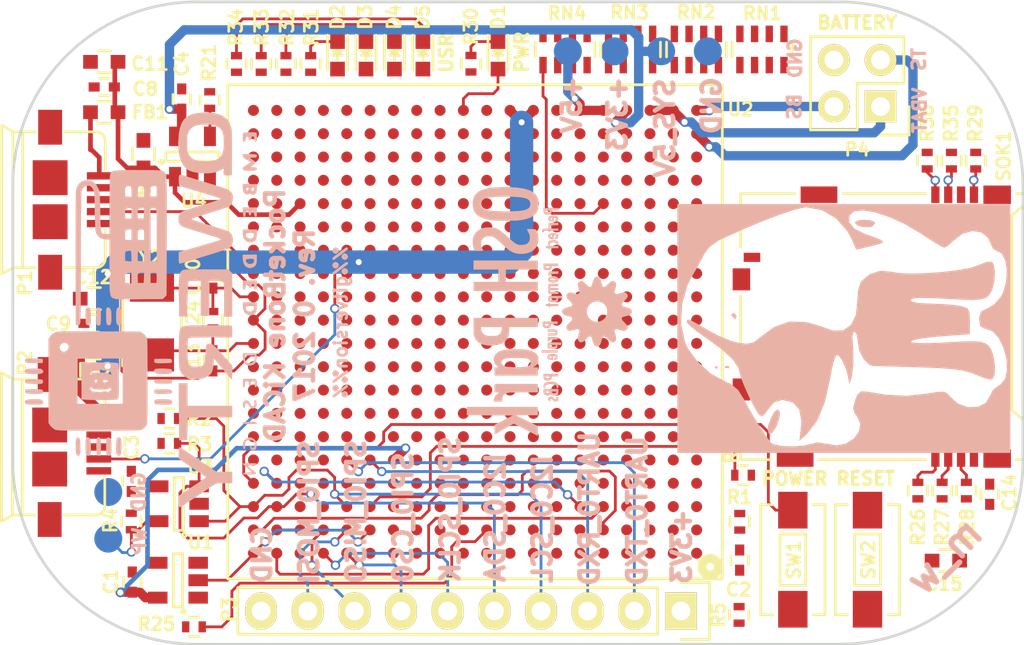
<source format=kicad_pcb>
(kicad_pcb (version 4) (host pcbnew "(2015-08-07 BZR 6071, Git 6018bb6)-product")
  (layers (0 F.Cu signal) (1 In1.Cu power) (2 In2.Cu power) (31 B.Cu signal) (34 B.Paste user) (35 F.Paste user) (36 B.SilkS user) (37 F.SilkS user) (38 B.Mask user) (39 F.Mask user) (44 Edge.Cuts user))
  (net 0 "")
  (net 1 GND)
  (net 2 "Net-(U2-PadA2)")
  (net 3 "Net-(U2-PadA3)")
  (net 4 "Net-(U2-PadA4)")
  (net 5 "Net-(U2-PadA5)")
  (net 6 "Net-(U2-PadA6)")
  (net 7 "Net-(U2-PadA7)")
  (net 8 "Net-(U2-PadA8)")
  (net 9 "Net-(U2-PadA9)")
  (net 10 "Net-(C2-Pad1)")
  (net 11 "Net-(U2-PadA11)")
  (net 12 "Net-(U2-PadA12)")
  (net 13 "Net-(U2-PadA13)")
  (net 14 "Net-(U2-PadA14)")
  (net 15 "Net-(U2-PadA15)")
  (net 16 "Net-(U2-PadA18)")
  (net 17 "Net-(U2-PadA19)")
  (net 18 PMIC_PGOOD)
  (net 19 "Net-(U2-PadB2)")
  (net 20 "Net-(U2-PadB20)")
  (net 21 "Net-(U2-PadB3)")
  (net 22 "Net-(R5-Pad1)")
  (net 23 "Net-(U2-PadB1)")
  (net 24 "Net-(U2-PadB6)")
  (net 25 "Net-(U2-PadB7)")
  (net 26 "Net-(U2-PadB8)")
  (net 27 "Net-(U2-PadB9)")
  (net 28 TRSTN)
  (net 29 "Net-(U2-PadB11)")
  (net 30 "Net-(U2-PadB12)")
  (net 31 "Net-(U2-PadB13)")
  (net 32 "Net-(U2-PadB14)")
  (net 33 "Net-(U2-PadB18)")
  (net 34 "Net-(U2-PadC2)")
  (net 35 "Net-(U2-PadC3)")
  (net 36 "Net-(U2-PadC4)")
  (net 37 "Net-(U2-PadC1)")
  (net 38 "Net-(U2-PadC6)")
  (net 39 "Net-(U2-PadC7)")
  (net 40 "Net-(U2-PadC8)")
  (net 41 "Net-(U2-PadC9)")
  (net 42 "Net-(U2-PadC10)")
  (net 43 "Net-(U2-PadC11)")
  (net 44 "Net-(U2-PadC12)")
  (net 45 "Net-(U2-PadC13)")
  (net 46 "Net-(U2-PadC14)")
  (net 47 MMC0_CD)
  (net 48 I2C0_SCL)
  (net 49 I2C0_SDA)
  (net 50 "Net-(U2-PadC18)")
  (net 51 "Net-(U2-PadD2)")
  (net 52 "Net-(U2-PadD5)")
  (net 53 "Net-(U2-PadD3)")
  (net 54 "Net-(U2-PadD4)")
  (net 55 "Net-(U2-PadD1)")
  (net 56 "Net-(U2-PadD6)")
  (net 57 "Net-(U2-PadD7)")
  (net 58 "Net-(U2-PadD8)")
  (net 59 "Net-(U2-PadD9)")
  (net 60 VDD_1V8)
  (net 61 "Net-(U2-PadD11)")
  (net 62 "Net-(U2-PadD12)")
  (net 63 "Net-(U2-PadD13)")
  (net 64 "Net-(U2-PadD14)")
  (net 65 "Net-(U2-PadD15)")
  (net 66 "Net-(U2-PadD16)")
  (net 67 "Net-(U2-PadD17)")
  (net 68 "Net-(U2-PadD18)")
  (net 69 "Net-(SW1-Pad2)")
  (net 70 "Net-(U2-PadE2)")
  (net 71 "Net-(U2-PadE5)")
  (net 72 "Net-(U2-PadE3)")
  (net 73 "Net-(U2-PadE4)")
  (net 74 "Net-(U2-PadE1)")
  (net 75 "Net-(U2-PadE6)")
  (net 76 "Net-(U2-PadE7)")
  (net 77 "Net-(U2-PadE8)")
  (net 78 "Net-(U2-PadE10)")
  (net 79 "Net-(U2-PadE11)")
  (net 80 "Net-(U2-PadE12)")
  (net 81 "Net-(U2-PadE13)")
  (net 82 VDD_RTC)
  (net 83 "Net-(U2-PadE17)")
  (net 84 "Net-(U2-PadE18)")
  (net 85 "Net-(U2-PadE19)")
  (net 86 "Net-(U2-PadE20)")
  (net 87 "Net-(U2-PadF2)")
  (net 88 "Net-(U2-PadF5)")
  (net 89 "Net-(U2-PadF3)")
  (net 90 "Net-(U2-PadF4)")
  (net 91 "Net-(U2-PadF1)")
  (net 92 "Net-(U2-PadF6)")
  (net 93 "Net-(U2-PadF7)")
  (net 94 "Net-(U2-PadF8)")
  (net 95 "Net-(U2-PadF9)")
  (net 96 "Net-(U2-PadF10)")
  (net 97 "Net-(U2-PadF11)")
  (net 98 "Net-(U2-PadF12)")
  (net 99 "Net-(U2-PadF13)")
  (net 100 "Net-(U2-PadF14)")
  (net 101 USB1_DRVVBUS)
  (net 102 "Net-(U2-PadF16)")
  (net 103 MMC0_DAT3)
  (net 104 MMC0_DAT2)
  (net 105 "Net-(U2-PadF19)")
  (net 106 "Net-(U2-PadG2)")
  (net 107 "Net-(U2-PadG5)")
  (net 108 "Net-(U2-PadG3)")
  (net 109 "Net-(U2-PadG4)")
  (net 110 "Net-(U2-PadG1)")
  (net 111 "Net-(U2-PadG6)")
  (net 112 "Net-(U2-PadG7)")
  (net 113 "Net-(U2-PadG8)")
  (net 114 "Net-(U2-PadG9)")
  (net 115 "Net-(U2-PadG10)")
  (net 116 "Net-(U2-PadG11)")
  (net 117 "Net-(U2-PadG12)")
  (net 118 "Net-(U2-PadG13)")
  (net 119 "Net-(U2-PadG14)")
  (net 120 MMC0_DAT1)
  (net 121 MMC0_DAT0)
  (net 122 MMC0_CLK)
  (net 123 MMC0_CMD)
  (net 124 "Net-(U2-PadG19)")
  (net 125 "Net-(U2-PadH2)")
  (net 126 "Net-(U2-PadH5)")
  (net 127 "Net-(U2-PadH3)")
  (net 128 "Net-(U2-PadH4)")
  (net 129 "Net-(U2-PadH1)")
  (net 130 "Net-(U2-PadH6)")
  (net 131 "Net-(U2-PadH7)")
  (net 132 "Net-(U2-PadH8)")
  (net 133 "Net-(U2-PadH9)")
  (net 134 "Net-(U2-PadH10)")
  (net 135 "Net-(U2-PadH11)")
  (net 136 "Net-(U2-PadH12)")
  (net 137 "Net-(U2-PadH13)")
  (net 138 "Net-(U2-PadH14)")
  (net 139 "Net-(U2-PadH15)")
  (net 140 "Net-(U2-PadH16)")
  (net 141 "Net-(U2-PadH17)")
  (net 142 "Net-(U2-PadH18)")
  (net 143 "Net-(U2-PadH19)")
  (net 144 "Net-(U2-PadJ2)")
  (net 145 "Net-(U2-PadJ5)")
  (net 146 "Net-(U2-PadJ3)")
  (net 147 "Net-(U2-PadJ4)")
  (net 148 "Net-(U2-PadJ1)")
  (net 149 "Net-(U2-PadJ7)")
  (net 150 "Net-(U2-PadJ8)")
  (net 151 "Net-(U2-PadJ9)")
  (net 152 "Net-(U2-PadJ10)")
  (net 153 "Net-(U2-PadJ11)")
  (net 154 "Net-(U2-PadJ12)")
  (net 155 "Net-(U2-PadJ13)")
  (net 156 "Net-(U2-PadJ14)")
  (net 157 "Net-(U2-PadJ15)")
  (net 158 "Net-(U2-PadJ16)")
  (net 159 "Net-(U2-PadJ17)")
  (net 160 "Net-(U2-PadJ18)")
  (net 161 "Net-(U2-PadJ19)")
  (net 162 "Net-(U2-PadJ20)")
  (net 163 "Net-(U2-PadK2)")
  (net 164 "Net-(U2-PadK5)")
  (net 165 "Net-(U2-PadK3)")
  (net 166 "Net-(U2-PadK4)")
  (net 167 "Net-(U2-PadK1)")
  (net 168 "Net-(U2-PadK6)")
  (net 169 "Net-(U2-PadK7)")
  (net 170 "Net-(U2-PadK8)")
  (net 171 "Net-(U2-PadK9)")
  (net 172 "Net-(U2-PadK10)")
  (net 173 "Net-(U2-PadK11)")
  (net 174 "Net-(U2-PadK12)")
  (net 175 "Net-(U2-PadK13)")
  (net 176 "Net-(U2-PadK14)")
  (net 177 "Net-(U2-PadK15)")
  (net 178 "Net-(U2-PadK16)")
  (net 179 "Net-(U2-PadK17)")
  (net 180 "Net-(U2-PadK18)")
  (net 181 "Net-(U2-PadK19)")
  (net 182 "Net-(C13-Pad1)")
  (net 183 "Net-(U2-PadL13)")
  (net 184 "Net-(U2-PadL11)")
  (net 185 "Net-(U2-PadL12)")
  (net 186 "Net-(U2-PadL10)")
  (net 187 "Net-(U2-PadL8)")
  (net 188 "Net-(U2-PadL9)")
  (net 189 "Net-(U2-PadL7)")
  (net 190 "Net-(U2-PadL3)")
  (net 191 "Net-(U2-PadL1)")
  (net 192 "Net-(U2-PadL2)")
  (net 193 "Net-(U2-PadL4)")
  (net 194 "Net-(U2-PadL5)")
  (net 195 "Net-(U2-PadL6)")
  (net 196 "Net-(U2-PadL15)")
  (net 197 "Net-(U2-PadL16)")
  (net 198 "Net-(U2-PadL14)")
  (net 199 "Net-(U2-PadL17)")
  (net 200 "Net-(U2-PadL18)")
  (net 201 OSC0_GND)
  (net 202 "Net-(U2-PadM13)")
  (net 203 "Net-(U2-PadM11)")
  (net 204 "Net-(U2-PadM12)")
  (net 205 "Net-(U2-PadM8)")
  (net 206 "Net-(U2-PadM9)")
  (net 207 "Net-(U2-PadM7)")
  (net 208 "Net-(U2-PadM3)")
  (net 209 "Net-(U2-PadM1)")
  (net 210 "Net-(U2-PadM2)")
  (net 211 "Net-(U2-PadM4)")
  (net 212 "Net-(U2-PadM5)")
  (net 213 "Net-(U2-PadM6)")
  (net 214 "Net-(U2-PadM15)")
  (net 215 "Net-(U2-PadM16)")
  (net 216 "Net-(U2-PadM14)")
  (net 217 "Net-(U2-PadM17)")
  (net 218 "Net-(U2-PadM18)")
  (net 219 "Net-(C10-Pad1)")
  (net 220 "Net-(U2-PadN13)")
  (net 221 "Net-(U2-PadN11)")
  (net 222 "Net-(U2-PadN12)")
  (net 223 "Net-(U2-PadN10)")
  (net 224 "Net-(U2-PadN8)")
  (net 225 "Net-(U2-PadN9)")
  (net 226 "Net-(U2-PadN3)")
  (net 227 "Net-(U2-PadN1)")
  (net 228 "Net-(U2-PadN2)")
  (net 229 "Net-(U2-PadN4)")
  (net 230 "Net-(U2-PadN5)")
  (net 231 "Net-(U2-PadN6)")
  (net 232 "Net-(U2-PadN15)")
  (net 233 "Net-(U2-PadN16)")
  (net 234 "Net-(U2-PadN14)")
  (net 235 "Net-(U2-PadN19)")
  (net 236 "Net-(U2-PadN20)")
  (net 237 "Net-(U2-PadP13)")
  (net 238 "Net-(U2-PadP11)")
  (net 239 "Net-(U2-PadP12)")
  (net 240 "Net-(U2-PadP10)")
  (net 241 "Net-(U2-PadP8)")
  (net 242 "Net-(U2-PadP9)")
  (net 243 "Net-(U2-PadP7)")
  (net 244 "Net-(U2-PadP3)")
  (net 245 "Net-(U2-PadP1)")
  (net 246 "Net-(U2-PadP2)")
  (net 247 "Net-(U2-PadP4)")
  (net 248 "Net-(U2-PadP5)")
  (net 249 "Net-(U2-PadP6)")
  (net 250 USB0_VBUS)
  (net 251 USB0_ID)
  (net 252 "Net-(U2-PadP14)")
  (net 253 USB1_ID)
  (net 254 "Net-(U2-PadP18)")
  (net 255 "Net-(U2-PadP19)")
  (net 256 "Net-(U2-PadP20)")
  (net 257 "Net-(U2-PadR13)")
  (net 258 "Net-(U2-PadR11)")
  (net 259 "Net-(U2-PadR12)")
  (net 260 "Net-(U2-PadR10)")
  (net 261 "Net-(U2-PadR8)")
  (net 262 "Net-(U2-PadR9)")
  (net 263 "Net-(U2-PadR7)")
  (net 264 "Net-(U2-PadR5)")
  (net 265 "Net-(U2-PadR6)")
  (net 266 "Net-(U2-PadR15)")
  (net 267 "Net-(U2-PadR16)")
  (net 268 "Net-(U2-PadR14)")
  (net 269 "Net-(U2-PadR19)")
  (net 270 "Net-(U2-PadR20)")
  (net 271 "Net-(U2-PadT13)")
  (net 272 "Net-(U2-PadT11)")
  (net 273 "Net-(U2-PadT12)")
  (net 274 "Net-(U2-PadT10)")
  (net 275 "Net-(U2-PadT8)")
  (net 276 "Net-(U2-PadT9)")
  (net 277 "Net-(U2-PadT7)")
  (net 278 "Net-(U2-PadT6)")
  (net 279 USR2_LED)
  (net 280 "Net-(U2-PadT16)")
  (net 281 "Net-(U2-PadT14)")
  (net 282 "Net-(U2-PadT17)")
  (net 283 USB1_VBUS)
  (net 284 "Net-(U2-PadT19)")
  (net 285 "Net-(U2-PadT20)")
  (net 286 "Net-(U2-PadU13)")
  (net 287 "Net-(U2-PadU11)")
  (net 288 "Net-(U2-PadU12)")
  (net 289 "Net-(U2-PadU10)")
  (net 290 "Net-(U2-PadU8)")
  (net 291 "Net-(U2-PadU9)")
  (net 292 "Net-(U2-PadU7)")
  (net 293 "Net-(U2-PadU5)")
  (net 294 "Net-(U2-PadU6)")
  (net 295 USR1_LED)
  (net 296 "Net-(U2-PadU16)")
  (net 297 "Net-(U2-PadU14)")
  (net 298 "Net-(U2-PadU17)")
  (net 299 "Net-(U2-PadU18)")
  (net 300 "Net-(U2-PadU19)")
  (net 301 +3V3)
  (net 302 "Net-(U2-PadV13)")
  (net 303 "Net-(U2-PadV11)")
  (net 304 "Net-(U2-PadV12)")
  (net 305 "Net-(U2-PadV10)")
  (net 306 "Net-(U2-PadV8)")
  (net 307 "Net-(U2-PadV9)")
  (net 308 "Net-(U2-PadV7)")
  (net 309 "Net-(U2-PadV5)")
  (net 310 "Net-(U2-PadV6)")
  (net 311 USR0_LED)
  (net 312 USR3_LED)
  (net 313 "Net-(U2-PadV14)")
  (net 314 "Net-(U2-PadV17)")
  (net 315 "Net-(U2-PadV18)")
  (net 316 "Net-(U2-PadW10)")
  (net 317 "Net-(U2-PadW9)")
  (net 318 "Net-(U2-PadW8)")
  (net 319 SYS_5V)
  (net 320 "Net-(U2-PadW3)")
  (net 321 "Net-(U2-PadW5)")
  (net 322 "Net-(U2-PadW7)")
  (net 323 "Net-(U2-PadW6)")
  (net 324 "Net-(U2-PadW16)")
  (net 325 "Net-(U2-PadW15)")
  (net 326 "Net-(U2-PadW13)")
  (net 327 "Net-(U2-PadW14)")
  (net 328 "Net-(U2-PadW12)")
  (net 329 "Net-(U2-PadW19)")
  (net 330 "Net-(U2-PadW18)")
  (net 331 "Net-(U2-PadW17)")
  (net 332 "Net-(U2-PadY10)")
  (net 333 +5V)
  (net 334 "Net-(U2-PadY7)")
  (net 335 "Net-(U2-PadY16)")
  (net 336 "Net-(U2-PadY15)")
  (net 337 "Net-(U2-PadY13)")
  (net 338 "Net-(U2-PadY14)")
  (net 339 "Net-(U2-PadY12)")
  (net 340 3P3AUX)
  (net 341 "Net-(U2-PadY19)")
  (net 342 "Net-(U2-PadY17)")
  (net 343 "Net-(U2-PadY20)")
  (net 344 "Net-(R4-Pad2)")
  (net 345 "Net-(U4-Pad3)")
  (net 346 "Net-(U1-Pad1)")
  (net 347 "Net-(D1-Pad1)")
  (net 348 "Net-(D2-Pad1)")
  (net 349 "Net-(D3-Pad1)")
  (net 350 "Net-(D4-Pad1)")
  (net 351 "Net-(D5-Pad1)")
  (net 352 "Net-(FB1-Pad2)")
  (net 353 "Net-(FB2-Pad2)")
  (net 354 USB1_D_N)
  (net 355 USB1_D_P)
  (net 356 USB0_D_N)
  (net 357 USB0_D_P)
  (net 358 "Net-(U2-PadF20)")
  (net 359 "Net-(U2-PadG20)")
  (net 360 "Net-(U2-PadH20)")
  (net 361 UART0_TXD)
  (net 362 UART0_RXD)
  (net 363 SPI_CS0)
  (net 364 SPI_CLK)
  (net 365 SPI_MOSI)
  (net 366 SPI_MISO)
  (net 367 "Net-(RN1-Pad8)")
  (net 368 "Net-(RN1-Pad7)")
  (net 369 "Net-(RN1-Pad6)")
  (net 370 "Net-(RN1-Pad5)")
  (net 371 "Net-(RN2-Pad2)")
  (net 372 "Net-(RN2-Pad3)")
  (net 373 "Net-(RN2-Pad1)")
  (net 374 "Net-(RN2-Pad4)")
  (net 375 "Net-(RN3-Pad8)")
  (net 376 "Net-(RN3-Pad7)")
  (net 377 "Net-(RN3-Pad6)")
  (net 378 "Net-(RN3-Pad5)")
  (net 379 "Net-(RN4-Pad8)")
  (net 380 "Net-(RN4-Pad7)")
  (net 381 "Net-(RN4-Pad6)")
  (net 382 "Net-(RN4-Pad5)")
  (net 383 VBAT)
  (net 384 TS)
  (net 385 BAT_SENSE)
  (module Resistors_SMD:R_0402 (layer F.Cu) (at 145.72742 120.71858 180)
    (fp_text reference R37 (at 0.635 1.64592 270) (layer F.SilkS) (effects (font (size 0.7 0.7))))
    (fp_text value 10K)
    (pad 1 smd rect (at -0.45 0 180) (size 0.4 0.6) (layers F.Cu F.Paste F.Mask))
    (pad 2 smd rect (at 0.45 0 180) (size 0.4 0.6) (layers F.Cu F.Paste F.Mask) (net 47 MMC0_CD))
  )
  (module pocketbone-kicad:BGA-400-1-27mm (layer F.Cu) (at 131.13512 112.90554 90)
    (fp_text reference U2 (at 12.1158 14.4526 180) (layer F.SilkS) (effects (font (size 0.7 0.7))))
    (fp_text value OSD3358)
    (pad A1 smd circle (at -12.065 12.065 180) (size 0.6 0.6) (layers F.Cu F.Paste F.Mask))
    (pad A2 smd circle (at -12.065 10.795 180) (size 0.6 0.6) (layers F.Cu F.Paste F.Mask))
    (pad A3 smd circle (at -12.065 9.525 180) (size 0.6 0.6) (layers F.Cu F.Paste F.Mask))
    (pad A4 smd circle (at -12.065 8.255 180) (size 0.6 0.6) (layers F.Cu F.Paste F.Mask))
    (pad A5 smd circle (at -12.065 6.985 180) (size 0.6 0.6) (layers F.Cu F.Paste F.Mask))
    (pad A6 smd circle (at -12.065 5.715 180) (size 0.6 0.6) (layers F.Cu F.Paste F.Mask))
    (pad A7 smd circle (at -12.065 4.445 180) (size 0.6 0.6) (layers F.Cu F.Paste F.Mask))
    (pad A8 smd circle (at -12.065 3.175 180) (size 0.6 0.6) (layers F.Cu F.Paste F.Mask))
    (pad A9 smd circle (at -12.065 1.905 180) (size 0.6 0.6) (layers F.Cu F.Paste F.Mask))
    (pad A10 smd circle (at -12.065 0.635 180) (size 0.6 0.6) (layers F.Cu F.Paste F.Mask))
    (pad A11 smd circle (at -12.065 -0.635 180) (size 0.6 0.6) (layers F.Cu F.Paste F.Mask))
    (pad A12 smd circle (at -12.065 -1.905 180) (size 0.6 0.6) (layers F.Cu F.Paste F.Mask))
    (pad A13 smd circle (at -12.065 -3.175 180) (size 0.6 0.6) (layers F.Cu F.Paste F.Mask))
    (pad A14 smd circle (at -12.065 -4.445 180) (size 0.6 0.6) (layers F.Cu F.Paste F.Mask))
    (pad A15 smd circle (at -12.065 -5.715 180) (size 0.6 0.6) (layers F.Cu F.Paste F.Mask))
    (pad A16 smd circle (at -12.065 -6.985 180) (size 0.6 0.6) (layers F.Cu F.Paste F.Mask) (net 363 SPI_CS0))
    (pad A17 smd circle (at -12.065 -8.255 180) (size 0.6 0.6) (layers F.Cu F.Paste F.Mask) (net 364 SPI_CLK))
    (pad A18 smd circle (at -12.065 -9.525 180) (size 0.6 0.6) (layers F.Cu F.Paste F.Mask))
    (pad A19 smd circle (at -12.065 -10.795 180) (size 0.6 0.6) (layers F.Cu F.Paste F.Mask) (net 17 "Net-(U2-PadA19)"))
    (pad A20 smd circle (at -12.065 -12.065 180) (size 0.6 0.6) (layers F.Cu F.Paste F.Mask) (net 18 PMIC_PGOOD))
    (pad B2 smd circle (at -10.795 10.795 180) (size 0.6 0.6) (layers F.Cu F.Paste F.Mask))
    (pad B5 smd circle (at -10.795 6.985 180) (size 0.6 0.6) (layers F.Cu F.Paste F.Mask) (net 20 "Net-(U2-PadB20)"))
    (pad B3 smd circle (at -10.795 9.525 180) (size 0.6 0.6) (layers F.Cu F.Paste F.Mask))
    (pad B4 smd circle (at -10.795 8.255 180) (size 0.6 0.6) (layers F.Cu F.Paste F.Mask))
    (pad B1 smd circle (at -10.795 12.065 180) (size 0.6 0.6) (layers F.Cu F.Paste F.Mask))
    (pad B6 smd circle (at -10.795 5.715 180) (size 0.6 0.6) (layers F.Cu F.Paste F.Mask))
    (pad B7 smd circle (at -10.795 4.445 180) (size 0.6 0.6) (layers F.Cu F.Paste F.Mask))
    (pad B8 smd circle (at -10.795 3.175 180) (size 0.6 0.6) (layers F.Cu F.Paste F.Mask))
    (pad B9 smd circle (at -10.795 1.905 180) (size 0.6 0.6) (layers F.Cu F.Paste F.Mask))
    (pad B10 smd circle (at -10.795 0.635 180) (size 0.6 0.6) (layers F.Cu F.Paste F.Mask) (net 28 TRSTN))
    (pad B11 smd circle (at -10.795 -0.635 180) (size 0.6 0.6) (layers F.Cu F.Paste F.Mask))
    (pad B12 smd circle (at -10.795 -1.905 180) (size 0.6 0.6) (layers F.Cu F.Paste F.Mask))
    (pad B13 smd circle (at -10.795 -3.175 180) (size 0.6 0.6) (layers F.Cu F.Paste F.Mask))
    (pad B14 smd circle (at -10.795 -4.445 180) (size 0.6 0.6) (layers F.Cu F.Paste F.Mask))
    (pad B15 smd circle (at -10.795 -5.715 180) (size 0.6 0.6) (layers F.Cu F.Paste F.Mask) (net 18 PMIC_PGOOD))
    (pad B16 smd circle (at -10.795 -6.985 180) (size 0.6 0.6) (layers F.Cu F.Paste F.Mask) (net 365 SPI_MOSI))
    (pad B17 smd circle (at -10.795 -8.255 180) (size 0.6 0.6) (layers F.Cu F.Paste F.Mask) (net 366 SPI_MISO))
    (pad B18 smd circle (at -10.795 -9.525 180) (size 0.6 0.6) (layers F.Cu F.Paste F.Mask) (net 33 "Net-(U2-PadB18)"))
    (pad B19 smd circle (at -10.795 -10.795 180) (size 0.6 0.6) (layers F.Cu F.Paste F.Mask) (net 33 "Net-(U2-PadB18)"))
    (pad B20 smd circle (at -10.795 -12.065 180) (size 0.6 0.6) (layers F.Cu F.Paste F.Mask) (net 20 "Net-(U2-PadB20)"))
    (pad C2 smd circle (at -9.525 10.795 180) (size 0.6 0.6) (layers F.Cu F.Paste F.Mask))
    (pad C5 smd circle (at -9.525 6.985 180) (size 0.6 0.6) (layers F.Cu F.Paste F.Mask) (net 17 "Net-(U2-PadA19)"))
    (pad C3 smd circle (at -9.525 9.525 180) (size 0.6 0.6) (layers F.Cu F.Paste F.Mask))
    (pad C4 smd circle (at -9.525 8.255 180) (size 0.6 0.6) (layers F.Cu F.Paste F.Mask))
    (pad C1 smd circle (at -9.525 12.065 180) (size 0.6 0.6) (layers F.Cu F.Paste F.Mask))
    (pad C6 smd circle (at -9.525 5.715 180) (size 0.6 0.6) (layers F.Cu F.Paste F.Mask) (net 38 "Net-(U2-PadC6)"))
    (pad C7 smd circle (at -9.525 4.445 180) (size 0.6 0.6) (layers F.Cu F.Paste F.Mask))
    (pad C8 smd circle (at -9.525 3.175 180) (size 0.6 0.6) (layers F.Cu F.Paste F.Mask))
    (pad C9 smd circle (at -9.525 1.905 180) (size 0.6 0.6) (layers F.Cu F.Paste F.Mask))
    (pad C10 smd circle (at -9.525 0.635 180) (size 0.6 0.6) (layers F.Cu F.Paste F.Mask))
    (pad C11 smd circle (at -9.525 -0.635 180) (size 0.6 0.6) (layers F.Cu F.Paste F.Mask))
    (pad C12 smd circle (at -9.525 -1.905 180) (size 0.6 0.6) (layers F.Cu F.Paste F.Mask))
    (pad C13 smd circle (at -9.525 -3.175 180) (size 0.6 0.6) (layers F.Cu F.Paste F.Mask))
    (pad C14 smd circle (at -9.525 -4.445 180) (size 0.6 0.6) (layers F.Cu F.Paste F.Mask))
    (pad C15 smd circle (at -9.525 -5.715 180) (size 0.6 0.6) (layers F.Cu F.Paste F.Mask) (net 47 MMC0_CD))
    (pad C16 smd circle (at -9.525 -6.985 180) (size 0.6 0.6) (layers F.Cu F.Paste F.Mask) (net 48 I2C0_SCL))
    (pad C17 smd circle (at -9.525 -8.255 180) (size 0.6 0.6) (layers F.Cu F.Paste F.Mask) (net 49 I2C0_SDA))
    (pad C18 smd circle (at -9.525 -9.525 180) (size 0.6 0.6) (layers F.Cu F.Paste F.Mask))
    (pad C19 smd circle (at -9.525 -10.795 180) (size 0.6 0.6) (layers F.Cu F.Paste F.Mask) (net 49 I2C0_SDA))
    (pad C20 smd circle (at -9.525 -12.065 180) (size 0.6 0.6) (layers F.Cu F.Paste F.Mask) (net 48 I2C0_SCL))
    (pad D2 smd circle (at -8.255 10.795 180) (size 0.6 0.6) (layers F.Cu F.Paste F.Mask))
    (pad D5 smd circle (at -8.255 6.985 180) (size 0.6 0.6) (layers F.Cu F.Paste F.Mask))
    (pad D3 smd circle (at -8.255 9.525 180) (size 0.6 0.6) (layers F.Cu F.Paste F.Mask))
    (pad D4 smd circle (at -8.255 8.255 180) (size 0.6 0.6) (layers F.Cu F.Paste F.Mask))
    (pad D1 smd circle (at -8.255 12.065 180) (size 0.6 0.6) (layers F.Cu F.Paste F.Mask))
    (pad D6 smd circle (at -8.255 5.715 180) (size 0.6 0.6) (layers F.Cu F.Paste F.Mask))
    (pad D7 smd circle (at -8.255 4.445 180) (size 0.6 0.6) (layers F.Cu F.Paste F.Mask))
    (pad D8 smd circle (at -8.255 3.175 180) (size 0.6 0.6) (layers F.Cu F.Paste F.Mask))
    (pad D9 smd circle (at -8.255 1.905 180) (size 0.6 0.6) (layers F.Cu F.Paste F.Mask))
    (pad D10 smd circle (at -8.255 0.635 180) (size 0.6 0.6) (layers F.Cu F.Paste F.Mask) (net 60 VDD_1V8))
    (pad D11 smd circle (at -8.255 -0.635 180) (size 0.6 0.6) (layers F.Cu F.Paste F.Mask))
    (pad D12 smd circle (at -8.255 -1.905 180) (size 0.6 0.6) (layers F.Cu F.Paste F.Mask))
    (pad D13 smd circle (at -8.255 -3.175 180) (size 0.6 0.6) (layers F.Cu F.Paste F.Mask))
    (pad D14 smd circle (at -8.255 -4.445 180) (size 0.6 0.6) (layers F.Cu F.Paste F.Mask))
    (pad D15 smd circle (at -8.255 -5.715 180) (size 0.6 0.6) (layers F.Cu F.Paste F.Mask))
    (pad D16 smd circle (at -8.255 -6.985 180) (size 0.6 0.6) (layers F.Cu F.Paste F.Mask))
    (pad D17 smd circle (at -8.255 -8.255 180) (size 0.6 0.6) (layers F.Cu F.Paste F.Mask))
    (pad D18 smd circle (at -8.255 -9.525 180) (size 0.6 0.6) (layers F.Cu F.Paste F.Mask))
    (pad D19 smd circle (at -8.255 -10.795 180) (size 0.6 0.6) (layers F.Cu F.Paste F.Mask) (net 38 "Net-(U2-PadC6)"))
    (pad D20 smd circle (at -8.255 -12.065 180) (size 0.6 0.6) (layers F.Cu F.Paste F.Mask) (net 69 "Net-(SW1-Pad2)"))
    (pad E2 smd circle (at -6.985 10.795 180) (size 0.6 0.6) (layers F.Cu F.Paste F.Mask))
    (pad E5 smd circle (at -6.985 6.985 180) (size 0.6 0.6) (layers F.Cu F.Paste F.Mask))
    (pad E3 smd circle (at -6.985 9.525 180) (size 0.6 0.6) (layers F.Cu F.Paste F.Mask))
    (pad E4 smd circle (at -6.985 8.255 180) (size 0.6 0.6) (layers F.Cu F.Paste F.Mask))
    (pad E1 smd circle (at -6.985 12.065 180) (size 0.6 0.6) (layers F.Cu F.Paste F.Mask))
    (pad E6 smd circle (at -6.985 5.715 180) (size 0.6 0.6) (layers F.Cu F.Paste F.Mask))
    (pad E7 smd circle (at -6.985 4.445 180) (size 0.6 0.6) (layers F.Cu F.Paste F.Mask))
    (pad E8 smd circle (at -6.985 3.175 180) (size 0.6 0.6) (layers F.Cu F.Paste F.Mask))
    (pad E9 smd circle (at -6.985 1.905 180) (size 0.6 0.6) (layers F.Cu F.Paste F.Mask) (net 60 VDD_1V8))
    (pad E10 smd circle (at -6.985 0.635 180) (size 0.6 0.6) (layers F.Cu F.Paste F.Mask))
    (pad E11 smd circle (at -6.985 -0.635 180) (size 0.6 0.6) (layers F.Cu F.Paste F.Mask))
    (pad E12 smd circle (at -6.985 -1.905 180) (size 0.6 0.6) (layers F.Cu F.Paste F.Mask))
    (pad E13 smd circle (at -6.985 -3.175 180) (size 0.6 0.6) (layers F.Cu F.Paste F.Mask))
    (pad E14 smd circle (at -6.985 -4.445 180) (size 0.6 0.6) (layers F.Cu F.Paste F.Mask) (net 82 VDD_RTC))
    (pad E15 smd circle (at -6.985 -5.715 180) (size 0.6 0.6) (layers F.Cu F.Paste F.Mask) (net 362 UART0_RXD))
    (pad E16 smd circle (at -6.985 -6.985 180) (size 0.6 0.6) (layers F.Cu F.Paste F.Mask) (net 361 UART0_TXD))
    (pad E17 smd circle (at -6.985 -8.255 180) (size 0.6 0.6) (layers F.Cu F.Paste F.Mask))
    (pad E18 smd circle (at -6.985 -9.525 180) (size 0.6 0.6) (layers F.Cu F.Paste F.Mask))
    (pad E19 smd circle (at -6.985 -10.795 180) (size 0.6 0.6) (layers F.Cu F.Paste F.Mask))
    (pad E20 smd circle (at -6.985 -12.065 180) (size 0.6 0.6) (layers F.Cu F.Paste F.Mask))
    (pad F2 smd circle (at -5.715 10.795 180) (size 0.6 0.6) (layers F.Cu F.Paste F.Mask))
    (pad F5 smd circle (at -5.715 6.985 180) (size 0.6 0.6) (layers F.Cu F.Paste F.Mask))
    (pad F3 smd circle (at -5.715 9.525 180) (size 0.6 0.6) (layers F.Cu F.Paste F.Mask))
    (pad F4 smd circle (at -5.715 8.255 180) (size 0.6 0.6) (layers F.Cu F.Paste F.Mask))
    (pad F1 smd circle (at -5.715 12.065 180) (size 0.6 0.6) (layers F.Cu F.Paste F.Mask))
    (pad F6 smd circle (at -5.715 5.715 180) (size 0.6 0.6) (layers F.Cu F.Paste F.Mask))
    (pad F7 smd circle (at -5.715 4.445 180) (size 0.6 0.6) (layers F.Cu F.Paste F.Mask))
    (pad F8 smd circle (at -5.715 3.175 180) (size 0.6 0.6) (layers F.Cu F.Paste F.Mask))
    (pad F9 smd circle (at -5.715 1.905 180) (size 0.6 0.6) (layers F.Cu F.Paste F.Mask))
    (pad F10 smd circle (at -5.715 0.635 180) (size 0.6 0.6) (layers F.Cu F.Paste F.Mask))
    (pad F11 smd circle (at -5.715 -0.635 180) (size 0.6 0.6) (layers F.Cu F.Paste F.Mask))
    (pad F12 smd circle (at -5.715 -1.905 180) (size 0.6 0.6) (layers F.Cu F.Paste F.Mask))
    (pad F13 smd circle (at -5.715 -3.175 180) (size 0.6 0.6) (layers F.Cu F.Paste F.Mask))
    (pad F14 smd circle (at -5.715 -4.445 180) (size 0.6 0.6) (layers F.Cu F.Paste F.Mask))
    (pad F15 smd circle (at -5.715 -5.715 180) (size 0.6 0.6) (layers F.Cu F.Paste F.Mask))
    (pad F16 smd circle (at -5.715 -6.985 180) (size 0.6 0.6) (layers F.Cu F.Paste F.Mask))
    (pad F17 smd circle (at -5.715 -8.255 180) (size 0.6 0.6) (layers F.Cu F.Paste F.Mask))
    (pad F18 smd circle (at -5.715 -9.525 180) (size 0.6 0.6) (layers F.Cu F.Paste F.Mask))
    (pad F19 smd circle (at -5.715 -10.795 180) (size 0.6 0.6) (layers F.Cu F.Paste F.Mask))
    (pad F20 smd circle (at -5.715 -12.065 180) (size 0.6 0.6) (layers F.Cu F.Paste F.Mask))
    (pad G2 smd circle (at -4.445 10.795 180) (size 0.6 0.6) (layers F.Cu F.Paste F.Mask))
    (pad G5 smd circle (at -4.445 6.985 180) (size 0.6 0.6) (layers F.Cu F.Paste F.Mask))
    (pad G3 smd circle (at -4.445 9.525 180) (size 0.6 0.6) (layers F.Cu F.Paste F.Mask))
    (pad G4 smd circle (at -4.445 8.255 180) (size 0.6 0.6) (layers F.Cu F.Paste F.Mask))
    (pad G1 smd circle (at -4.445 12.065 180) (size 0.6 0.6) (layers F.Cu F.Paste F.Mask))
    (pad G6 smd circle (at -4.445 5.715 180) (size 0.6 0.6) (layers F.Cu F.Paste F.Mask))
    (pad G7 smd circle (at -4.445 4.445 180) (size 0.6 0.6) (layers F.Cu F.Paste F.Mask))
    (pad G8 smd circle (at -4.445 3.175 180) (size 0.6 0.6) (layers F.Cu F.Paste F.Mask))
    (pad G9 smd circle (at -4.445 1.905 180) (size 0.6 0.6) (layers F.Cu F.Paste F.Mask))
    (pad G10 smd circle (at -4.445 0.635 180) (size 0.6 0.6) (layers F.Cu F.Paste F.Mask))
    (pad G11 smd circle (at -4.445 -0.635 180) (size 0.6 0.6) (layers F.Cu F.Paste F.Mask))
    (pad G12 smd circle (at -4.445 -1.905 180) (size 0.6 0.6) (layers F.Cu F.Paste F.Mask))
    (pad G13 smd circle (at -4.445 -3.175 180) (size 0.6 0.6) (layers F.Cu F.Paste F.Mask))
    (pad G14 smd circle (at -4.445 -4.445 180) (size 0.6 0.6) (layers F.Cu F.Paste F.Mask))
    (pad G15 smd circle (at -4.445 -5.715 180) (size 0.6 0.6) (layers F.Cu F.Paste F.Mask))
    (pad G16 smd circle (at -4.445 -6.985 180) (size 0.6 0.6) (layers F.Cu F.Paste F.Mask))
    (pad G17 smd circle (at -4.445 -8.255 180) (size 0.6 0.6) (layers F.Cu F.Paste F.Mask))
    (pad G18 smd circle (at -4.445 -9.525 180) (size 0.6 0.6) (layers F.Cu F.Paste F.Mask))
    (pad G19 smd circle (at -4.445 -10.795 180) (size 0.6 0.6) (layers F.Cu F.Paste F.Mask))
    (pad G20 smd circle (at -4.445 -12.065 180) (size 0.6 0.6) (layers F.Cu F.Paste F.Mask))
    (pad H2 smd circle (at -3.175 10.795 180) (size 0.6 0.6) (layers F.Cu F.Paste F.Mask))
    (pad H5 smd circle (at -3.175 6.985 180) (size 0.6 0.6) (layers F.Cu F.Paste F.Mask))
    (pad H3 smd circle (at -3.175 9.525 180) (size 0.6 0.6) (layers F.Cu F.Paste F.Mask))
    (pad H4 smd circle (at -3.175 8.255 180) (size 0.6 0.6) (layers F.Cu F.Paste F.Mask))
    (pad H1 smd circle (at -3.175 12.065 180) (size 0.6 0.6) (layers F.Cu F.Paste F.Mask))
    (pad H6 smd circle (at -3.175 5.715 180) (size 0.6 0.6) (layers F.Cu F.Paste F.Mask))
    (pad H7 smd circle (at -3.175 4.445 180) (size 0.6 0.6) (layers F.Cu F.Paste F.Mask))
    (pad H8 smd circle (at -3.175 3.175 180) (size 0.6 0.6) (layers F.Cu F.Paste F.Mask))
    (pad H9 smd circle (at -3.175 1.905 180) (size 0.6 0.6) (layers F.Cu F.Paste F.Mask))
    (pad H10 smd circle (at -3.175 0.635 180) (size 0.6 0.6) (layers F.Cu F.Paste F.Mask))
    (pad H11 smd circle (at -3.175 -0.635 180) (size 0.6 0.6) (layers F.Cu F.Paste F.Mask))
    (pad H12 smd circle (at -3.175 -1.905 180) (size 0.6 0.6) (layers F.Cu F.Paste F.Mask))
    (pad H13 smd circle (at -3.175 -3.175 180) (size 0.6 0.6) (layers F.Cu F.Paste F.Mask))
    (pad H14 smd circle (at -3.175 -4.445 180) (size 0.6 0.6) (layers F.Cu F.Paste F.Mask))
    (pad H15 smd circle (at -3.175 -5.715 180) (size 0.6 0.6) (layers F.Cu F.Paste F.Mask))
    (pad H16 smd circle (at -3.175 -6.985 180) (size 0.6 0.6) (layers F.Cu F.Paste F.Mask))
    (pad H17 smd circle (at -3.175 -8.255 180) (size 0.6 0.6) (layers F.Cu F.Paste F.Mask))
    (pad H18 smd circle (at -3.175 -9.525 180) (size 0.6 0.6) (layers F.Cu F.Paste F.Mask))
    (pad H19 smd circle (at -3.175 -10.795 180) (size 0.6 0.6) (layers F.Cu F.Paste F.Mask))
    (pad H20 smd circle (at -3.175 -12.065 180) (size 0.6 0.6) (layers F.Cu F.Paste F.Mask))
    (pad J2 smd circle (at -1.905 10.795 180) (size 0.6 0.6) (layers F.Cu F.Paste F.Mask))
    (pad J5 smd circle (at -1.905 6.985 180) (size 0.6 0.6) (layers F.Cu F.Paste F.Mask))
    (pad J3 smd circle (at -1.905 9.525 180) (size 0.6 0.6) (layers F.Cu F.Paste F.Mask))
    (pad J4 smd circle (at -1.905 8.255 180) (size 0.6 0.6) (layers F.Cu F.Paste F.Mask))
    (pad J1 smd circle (at -1.905 12.065 180) (size 0.6 0.6) (layers F.Cu F.Paste F.Mask))
    (pad J6 smd circle (at -1.905 5.715 180) (size 0.6 0.6) (layers F.Cu F.Paste F.Mask))
    (pad J7 smd circle (at -1.905 4.445 180) (size 0.6 0.6) (layers F.Cu F.Paste F.Mask))
    (pad J8 smd circle (at -1.905 3.175 180) (size 0.6 0.6) (layers F.Cu F.Paste F.Mask))
    (pad J9 smd circle (at -1.905 1.905 180) (size 0.6 0.6) (layers F.Cu F.Paste F.Mask))
    (pad J10 smd circle (at -1.905 0.635 180) (size 0.6 0.6) (layers F.Cu F.Paste F.Mask))
    (pad J11 smd circle (at -1.905 -0.635 180) (size 0.6 0.6) (layers F.Cu F.Paste F.Mask))
    (pad J12 smd circle (at -1.905 -1.905 180) (size 0.6 0.6) (layers F.Cu F.Paste F.Mask))
    (pad J13 smd circle (at -1.905 -3.175 180) (size 0.6 0.6) (layers F.Cu F.Paste F.Mask))
    (pad J14 smd circle (at -1.905 -4.445 180) (size 0.6 0.6) (layers F.Cu F.Paste F.Mask))
    (pad J15 smd circle (at -1.905 -5.715 180) (size 0.6 0.6) (layers F.Cu F.Paste F.Mask))
    (pad J16 smd circle (at -1.905 -6.985 180) (size 0.6 0.6) (layers F.Cu F.Paste F.Mask))
    (pad J17 smd circle (at -1.905 -8.255 180) (size 0.6 0.6) (layers F.Cu F.Paste F.Mask))
    (pad J18 smd circle (at -1.905 -9.525 180) (size 0.6 0.6) (layers F.Cu F.Paste F.Mask))
    (pad J19 smd circle (at -1.905 -10.795 180) (size 0.6 0.6) (layers F.Cu F.Paste F.Mask))
    (pad J20 smd circle (at -1.905 -12.065 180) (size 0.6 0.6) (layers F.Cu F.Paste F.Mask))
    (pad K2 smd circle (at -0.635 10.795 180) (size 0.6 0.6) (layers F.Cu F.Paste F.Mask))
    (pad K5 smd circle (at -0.635 6.985 180) (size 0.6 0.6) (layers F.Cu F.Paste F.Mask))
    (pad K3 smd circle (at -0.635 9.525 180) (size 0.6 0.6) (layers F.Cu F.Paste F.Mask))
    (pad K4 smd circle (at -0.635 8.255 180) (size 0.6 0.6) (layers F.Cu F.Paste F.Mask))
    (pad K1 smd circle (at -0.635 12.065 180) (size 0.6 0.6) (layers F.Cu F.Paste F.Mask))
    (pad K6 smd circle (at -0.635 5.715 180) (size 0.6 0.6) (layers F.Cu F.Paste F.Mask))
    (pad K7 smd circle (at -0.635 4.445 180) (size 0.6 0.6) (layers F.Cu F.Paste F.Mask))
    (pad K8 smd circle (at -0.635 3.175 180) (size 0.6 0.6) (layers F.Cu F.Paste F.Mask))
    (pad K9 smd circle (at -0.635 1.905 180) (size 0.6 0.6) (layers F.Cu F.Paste F.Mask))
    (pad K10 smd circle (at -0.635 0.635 180) (size 0.6 0.6) (layers F.Cu F.Paste F.Mask))
    (pad K11 smd circle (at -0.635 -0.635 180) (size 0.6 0.6) (layers F.Cu F.Paste F.Mask))
    (pad K12 smd circle (at -0.635 -1.905 180) (size 0.6 0.6) (layers F.Cu F.Paste F.Mask))
    (pad K13 smd circle (at -0.635 -3.175 180) (size 0.6 0.6) (layers F.Cu F.Paste F.Mask))
    (pad K14 smd circle (at -0.635 -4.445 180) (size 0.6 0.6) (layers F.Cu F.Paste F.Mask))
    (pad K15 smd circle (at -0.635 -5.715 180) (size 0.6 0.6) (layers F.Cu F.Paste F.Mask))
    (pad K16 smd circle (at -0.635 -6.985 180) (size 0.6 0.6) (layers F.Cu F.Paste F.Mask))
    (pad K17 smd circle (at -0.635 -8.255 180) (size 0.6 0.6) (layers F.Cu F.Paste F.Mask))
    (pad K18 smd circle (at -0.635 -9.525 180) (size 0.6 0.6) (layers F.Cu F.Paste F.Mask))
    (pad K19 smd circle (at -0.635 -10.795 180) (size 0.6 0.6) (layers F.Cu F.Paste F.Mask))
    (pad K20 smd circle (at -0.635 -12.065 180) (size 0.6 0.6) (layers F.Cu F.Paste F.Mask) (net 182 "Net-(C13-Pad1)"))
    (pad L13 smd circle (at 0.635 -3.175 180) (size 0.6 0.6) (layers F.Cu F.Paste F.Mask))
    (pad L11 smd circle (at 0.635 -0.635 180) (size 0.6 0.6) (layers F.Cu F.Paste F.Mask))
    (pad L12 smd circle (at 0.635 -1.905 180) (size 0.6 0.6) (layers F.Cu F.Paste F.Mask))
    (pad L10 smd circle (at 0.635 0.635 180) (size 0.6 0.6) (layers F.Cu F.Paste F.Mask))
    (pad L8 smd circle (at 0.635 3.175 180) (size 0.6 0.6) (layers F.Cu F.Paste F.Mask))
    (pad L9 smd circle (at 0.635 1.905 180) (size 0.6 0.6) (layers F.Cu F.Paste F.Mask))
    (pad L7 smd circle (at 0.635 4.445 180) (size 0.6 0.6) (layers F.Cu F.Paste F.Mask))
    (pad L3 smd circle (at 0.635 9.525 180) (size 0.6 0.6) (layers F.Cu F.Paste F.Mask))
    (pad L1 smd circle (at 0.635 12.065 180) (size 0.6 0.6) (layers F.Cu F.Paste F.Mask))
    (pad L2 smd circle (at 0.635 10.795 180) (size 0.6 0.6) (layers F.Cu F.Paste F.Mask))
    (pad L4 smd circle (at 0.635 8.255 180) (size 0.6 0.6) (layers F.Cu F.Paste F.Mask))
    (pad L5 smd circle (at 0.635 6.985 180) (size 0.6 0.6) (layers F.Cu F.Paste F.Mask))
    (pad L6 smd circle (at 0.635 5.715 180) (size 0.6 0.6) (layers F.Cu F.Paste F.Mask))
    (pad L15 smd circle (at 0.635 -5.715 180) (size 0.6 0.6) (layers F.Cu F.Paste F.Mask))
    (pad L16 smd circle (at 0.635 -6.985 180) (size 0.6 0.6) (layers F.Cu F.Paste F.Mask))
    (pad L14 smd circle (at 0.635 -4.445 180) (size 0.6 0.6) (layers F.Cu F.Paste F.Mask))
    (pad L17 smd circle (at 0.635 -8.255 180) (size 0.6 0.6) (layers F.Cu F.Paste F.Mask))
    (pad L18 smd circle (at 0.635 -9.525 180) (size 0.6 0.6) (layers F.Cu F.Paste F.Mask))
    (pad L19 smd circle (at 0.635 -10.795 180) (size 0.6 0.6) (layers F.Cu F.Paste F.Mask))
    (pad L20 smd circle (at 0.635 -12.065 180) (size 0.6 0.6) (layers F.Cu F.Paste F.Mask) (net 201 OSC0_GND))
    (pad M13 smd circle (at 1.905 -3.175 180) (size 0.6 0.6) (layers F.Cu F.Paste F.Mask))
    (pad M11 smd circle (at 1.905 -0.635 180) (size 0.6 0.6) (layers F.Cu F.Paste F.Mask))
    (pad M12 smd circle (at 1.905 -1.905 180) (size 0.6 0.6) (layers F.Cu F.Paste F.Mask))
    (pad M10 smd circle (at 1.905 0.635 180) (size 0.6 0.6) (layers F.Cu F.Paste F.Mask))
    (pad M8 smd circle (at 1.905 3.175 180) (size 0.6 0.6) (layers F.Cu F.Paste F.Mask))
    (pad M9 smd circle (at 1.905 1.905 180) (size 0.6 0.6) (layers F.Cu F.Paste F.Mask))
    (pad M7 smd circle (at 1.905 4.445 180) (size 0.6 0.6) (layers F.Cu F.Paste F.Mask))
    (pad M3 smd circle (at 1.905 9.525 180) (size 0.6 0.6) (layers F.Cu F.Paste F.Mask))
    (pad M1 smd circle (at 1.905 12.065 180) (size 0.6 0.6) (layers F.Cu F.Paste F.Mask))
    (pad M2 smd circle (at 1.905 10.795 180) (size 0.6 0.6) (layers F.Cu F.Paste F.Mask))
    (pad M4 smd circle (at 1.905 8.255 180) (size 0.6 0.6) (layers F.Cu F.Paste F.Mask))
    (pad M5 smd circle (at 1.905 6.985 180) (size 0.6 0.6) (layers F.Cu F.Paste F.Mask))
    (pad M6 smd circle (at 1.905 5.715 180) (size 0.6 0.6) (layers F.Cu F.Paste F.Mask))
    (pad M15 smd circle (at 1.905 -5.715 180) (size 0.6 0.6) (layers F.Cu F.Paste F.Mask))
    (pad M16 smd circle (at 1.905 -6.985 180) (size 0.6 0.6) (layers F.Cu F.Paste F.Mask))
    (pad M14 smd circle (at 1.905 -4.445 180) (size 0.6 0.6) (layers F.Cu F.Paste F.Mask))
    (pad M17 smd circle (at 1.905 -8.255 180) (size 0.6 0.6) (layers F.Cu F.Paste F.Mask))
    (pad M18 smd circle (at 1.905 -9.525 180) (size 0.6 0.6) (layers F.Cu F.Paste F.Mask))
    (pad M19 smd circle (at 1.905 -10.795 180) (size 0.6 0.6) (layers F.Cu F.Paste F.Mask))
    (pad M20 smd circle (at 1.905 -12.065 180) (size 0.6 0.6) (layers F.Cu F.Paste F.Mask) (net 219 "Net-(C10-Pad1)"))
    (pad N13 smd circle (at 3.175 -3.175 180) (size 0.6 0.6) (layers F.Cu F.Paste F.Mask))
    (pad N11 smd circle (at 3.175 -0.635 180) (size 0.6 0.6) (layers F.Cu F.Paste F.Mask))
    (pad N12 smd circle (at 3.175 -1.905 180) (size 0.6 0.6) (layers F.Cu F.Paste F.Mask))
    (pad N10 smd circle (at 3.175 0.635 180) (size 0.6 0.6) (layers F.Cu F.Paste F.Mask))
    (pad N8 smd circle (at 3.175 3.175 180) (size 0.6 0.6) (layers F.Cu F.Paste F.Mask))
    (pad N9 smd circle (at 3.175 1.905 180) (size 0.6 0.6) (layers F.Cu F.Paste F.Mask))
    (pad N7 smd circle (at 3.175 4.445 180) (size 0.6 0.6) (layers F.Cu F.Paste F.Mask))
    (pad N3 smd circle (at 3.175 9.525 180) (size 0.6 0.6) (layers F.Cu F.Paste F.Mask))
    (pad N1 smd circle (at 3.175 12.065 180) (size 0.6 0.6) (layers F.Cu F.Paste F.Mask))
    (pad N2 smd circle (at 3.175 10.795 180) (size 0.6 0.6) (layers F.Cu F.Paste F.Mask))
    (pad N4 smd circle (at 3.175 8.255 180) (size 0.6 0.6) (layers F.Cu F.Paste F.Mask))
    (pad N5 smd circle (at 3.175 6.985 180) (size 0.6 0.6) (layers F.Cu F.Paste F.Mask))
    (pad N6 smd circle (at 3.175 5.715 180) (size 0.6 0.6) (layers F.Cu F.Paste F.Mask))
    (pad N15 smd circle (at 3.175 -5.715 180) (size 0.6 0.6) (layers F.Cu F.Paste F.Mask))
    (pad N16 smd circle (at 3.175 -6.985 180) (size 0.6 0.6) (layers F.Cu F.Paste F.Mask))
    (pad N14 smd circle (at 3.175 -4.445 180) (size 0.6 0.6) (layers F.Cu F.Paste F.Mask))
    (pad N17 smd circle (at 3.175 -8.255 180) (size 0.6 0.6) (layers F.Cu F.Paste F.Mask))
    (pad N18 smd circle (at 3.175 -9.525 180) (size 0.6 0.6) (layers F.Cu F.Paste F.Mask))
    (pad N19 smd circle (at 3.175 -10.795 180) (size 0.6 0.6) (layers F.Cu F.Paste F.Mask))
    (pad N20 smd circle (at 3.175 -12.065 180) (size 0.6 0.6) (layers F.Cu F.Paste F.Mask))
    (pad P13 smd circle (at 4.445 -3.175 180) (size 0.6 0.6) (layers F.Cu F.Paste F.Mask))
    (pad P11 smd circle (at 4.445 -0.635 180) (size 0.6 0.6) (layers F.Cu F.Paste F.Mask))
    (pad P12 smd circle (at 4.445 -1.905 180) (size 0.6 0.6) (layers F.Cu F.Paste F.Mask))
    (pad P10 smd circle (at 4.445 0.635 180) (size 0.6 0.6) (layers F.Cu F.Paste F.Mask))
    (pad P8 smd circle (at 4.445 3.175 180) (size 0.6 0.6) (layers F.Cu F.Paste F.Mask))
    (pad P9 smd circle (at 4.445 1.905 180) (size 0.6 0.6) (layers F.Cu F.Paste F.Mask))
    (pad P7 smd circle (at 4.445 4.445 180) (size 0.6 0.6) (layers F.Cu F.Paste F.Mask))
    (pad P3 smd circle (at 4.445 9.525 180) (size 0.6 0.6) (layers F.Cu F.Paste F.Mask))
    (pad P1 smd circle (at 4.445 12.065 180) (size 0.6 0.6) (layers F.Cu F.Paste F.Mask))
    (pad P2 smd circle (at 4.445 10.795 180) (size 0.6 0.6) (layers F.Cu F.Paste F.Mask))
    (pad P4 smd circle (at 4.445 8.255 180) (size 0.6 0.6) (layers F.Cu F.Paste F.Mask))
    (pad P5 smd circle (at 4.445 6.985 180) (size 0.6 0.6) (layers F.Cu F.Paste F.Mask))
    (pad P6 smd circle (at 4.445 5.715 180) (size 0.6 0.6) (layers F.Cu F.Paste F.Mask))
    (pad P15 smd circle (at 4.445 -5.715 180) (size 0.6 0.6) (layers F.Cu F.Paste F.Mask) (net 250 USB0_VBUS))
    (pad P16 smd circle (at 4.445 -6.985 180) (size 0.6 0.6) (layers F.Cu F.Paste F.Mask) (net 251 USB0_ID))
    (pad P14 smd circle (at 4.445 -4.445 180) (size 0.6 0.6) (layers F.Cu F.Paste F.Mask))
    (pad P17 smd circle (at 4.445 -8.255 180) (size 0.6 0.6) (layers F.Cu F.Paste F.Mask) (net 253 USB1_ID))
    (pad P18 smd circle (at 4.445 -9.525 180) (size 0.6 0.6) (layers F.Cu F.Paste F.Mask))
    (pad P19 smd circle (at 4.445 -10.795 180) (size 0.6 0.6) (layers F.Cu F.Paste F.Mask))
    (pad P20 smd circle (at 4.445 -12.065 180) (size 0.6 0.6) (layers F.Cu F.Paste F.Mask))
    (pad R13 smd circle (at 5.715 -3.175 180) (size 0.6 0.6) (layers F.Cu F.Paste F.Mask))
    (pad R11 smd circle (at 5.715 -0.635 180) (size 0.6 0.6) (layers F.Cu F.Paste F.Mask))
    (pad R12 smd circle (at 5.715 -1.905 180) (size 0.6 0.6) (layers F.Cu F.Paste F.Mask))
    (pad R10 smd circle (at 5.715 0.635 180) (size 0.6 0.6) (layers F.Cu F.Paste F.Mask))
    (pad R8 smd circle (at 5.715 3.175 180) (size 0.6 0.6) (layers F.Cu F.Paste F.Mask))
    (pad R9 smd circle (at 5.715 1.905 180) (size 0.6 0.6) (layers F.Cu F.Paste F.Mask))
    (pad R7 smd circle (at 5.715 4.445 180) (size 0.6 0.6) (layers F.Cu F.Paste F.Mask))
    (pad R3 smd circle (at 5.715 9.525 180) (size 0.6 0.6) (layers F.Cu F.Paste F.Mask))
    (pad R1 smd circle (at 5.715 12.065 180) (size 0.6 0.6) (layers F.Cu F.Paste F.Mask))
    (pad R2 smd circle (at 5.715 10.795 180) (size 0.6 0.6) (layers F.Cu F.Paste F.Mask))
    (pad R4 smd circle (at 5.715 8.255 180) (size 0.6 0.6) (layers F.Cu F.Paste F.Mask))
    (pad R5 smd circle (at 5.715 6.985 180) (size 0.6 0.6) (layers F.Cu F.Paste F.Mask))
    (pad R6 smd circle (at 5.715 5.715 180) (size 0.6 0.6) (layers F.Cu F.Paste F.Mask))
    (pad R15 smd circle (at 5.715 -5.715 180) (size 0.6 0.6) (layers F.Cu F.Paste F.Mask))
    (pad R16 smd circle (at 5.715 -6.985 180) (size 0.6 0.6) (layers F.Cu F.Paste F.Mask))
    (pad R14 smd circle (at 5.715 -4.445 180) (size 0.6 0.6) (layers F.Cu F.Paste F.Mask))
    (pad R17 smd circle (at 5.715 -8.255 180) (size 0.6 0.6) (layers F.Cu F.Paste F.Mask))
    (pad R18 smd circle (at 5.715 -9.525 180) (size 0.6 0.6) (layers F.Cu F.Paste F.Mask))
    (pad R19 smd circle (at 5.715 -10.795 180) (size 0.6 0.6) (layers F.Cu F.Paste F.Mask))
    (pad R20 smd circle (at 5.715 -12.065 180) (size 0.6 0.6) (layers F.Cu F.Paste F.Mask))
    (pad T13 smd circle (at 6.985 -3.175 180) (size 0.6 0.6) (layers F.Cu F.Paste F.Mask))
    (pad T11 smd circle (at 6.985 -0.635 180) (size 0.6 0.6) (layers F.Cu F.Paste F.Mask))
    (pad T12 smd circle (at 6.985 -1.905 180) (size 0.6 0.6) (layers F.Cu F.Paste F.Mask))
    (pad T10 smd circle (at 6.985 0.635 180) (size 0.6 0.6) (layers F.Cu F.Paste F.Mask))
    (pad T8 smd circle (at 6.985 3.175 180) (size 0.6 0.6) (layers F.Cu F.Paste F.Mask))
    (pad T9 smd circle (at 6.985 1.905 180) (size 0.6 0.6) (layers F.Cu F.Paste F.Mask))
    (pad T7 smd circle (at 6.985 4.445 180) (size 0.6 0.6) (layers F.Cu F.Paste F.Mask))
    (pad T3 smd circle (at 6.985 9.525 180) (size 0.6 0.6) (layers F.Cu F.Paste F.Mask))
    (pad T1 smd circle (at 6.985 12.065 180) (size 0.6 0.6) (layers F.Cu F.Paste F.Mask))
    (pad T2 smd circle (at 6.985 10.795 180) (size 0.6 0.6) (layers F.Cu F.Paste F.Mask))
    (pad T4 smd circle (at 6.985 8.255 180) (size 0.6 0.6) (layers F.Cu F.Paste F.Mask))
    (pad T5 smd circle (at 6.985 6.985 180) (size 0.6 0.6) (layers F.Cu F.Paste F.Mask) (net 382 "Net-(RN4-Pad5)"))
    (pad T6 smd circle (at 6.985 5.715 180) (size 0.6 0.6) (layers F.Cu F.Paste F.Mask))
    (pad T15 smd circle (at 6.985 -5.715 180) (size 0.6 0.6) (layers F.Cu F.Paste F.Mask))
    (pad T16 smd circle (at 6.985 -6.985 180) (size 0.6 0.6) (layers F.Cu F.Paste F.Mask))
    (pad T14 smd circle (at 6.985 -4.445 180) (size 0.6 0.6) (layers F.Cu F.Paste F.Mask))
    (pad T17 smd circle (at 6.985 -8.255 180) (size 0.6 0.6) (layers F.Cu F.Paste F.Mask))
    (pad T18 smd circle (at 6.985 -9.525 180) (size 0.6 0.6) (layers F.Cu F.Paste F.Mask) (net 283 USB1_VBUS))
    (pad T19 smd circle (at 6.985 -10.795 180) (size 0.6 0.6) (layers F.Cu F.Paste F.Mask))
    (pad T20 smd circle (at 6.985 -12.065 180) (size 0.6 0.6) (layers F.Cu F.Paste F.Mask))
    (pad U13 smd circle (at 8.255 -3.175 180) (size 0.6 0.6) (layers F.Cu F.Paste F.Mask))
    (pad U11 smd circle (at 8.255 -0.635 180) (size 0.6 0.6) (layers F.Cu F.Paste F.Mask))
    (pad U12 smd circle (at 8.255 -1.905 180) (size 0.6 0.6) (layers F.Cu F.Paste F.Mask))
    (pad U10 smd circle (at 8.255 0.635 180) (size 0.6 0.6) (layers F.Cu F.Paste F.Mask))
    (pad U8 smd circle (at 8.255 3.175 180) (size 0.6 0.6) (layers F.Cu F.Paste F.Mask))
    (pad U9 smd circle (at 8.255 1.905 180) (size 0.6 0.6) (layers F.Cu F.Paste F.Mask))
    (pad U7 smd circle (at 8.255 4.445 180) (size 0.6 0.6) (layers F.Cu F.Paste F.Mask))
    (pad U3 smd circle (at 8.255 9.525 180) (size 0.6 0.6) (layers F.Cu F.Paste F.Mask))
    (pad U1 smd circle (at 8.255 12.065 180) (size 0.6 0.6) (layers F.Cu F.Paste F.Mask))
    (pad U2 smd circle (at 8.255 10.795 180) (size 0.6 0.6) (layers F.Cu F.Paste F.Mask))
    (pad U4 smd circle (at 8.255 8.255 180) (size 0.6 0.6) (layers F.Cu F.Paste F.Mask))
    (pad U5 smd circle (at 8.255 6.985 180) (size 0.6 0.6) (layers F.Cu F.Paste F.Mask))
    (pad U6 smd circle (at 8.255 5.715 180) (size 0.6 0.6) (layers F.Cu F.Paste F.Mask))
    (pad U15 smd circle (at 8.255 -5.715 180) (size 0.6 0.6) (layers F.Cu F.Paste F.Mask))
    (pad U16 smd circle (at 8.255 -6.985 180) (size 0.6 0.6) (layers F.Cu F.Paste F.Mask))
    (pad U14 smd circle (at 8.255 -4.445 180) (size 0.6 0.6) (layers F.Cu F.Paste F.Mask))
    (pad U17 smd circle (at 8.255 -8.255 180) (size 0.6 0.6) (layers F.Cu F.Paste F.Mask))
    (pad U18 smd circle (at 8.255 -9.525 180) (size 0.6 0.6) (layers F.Cu F.Paste F.Mask))
    (pad U19 smd circle (at 8.255 -10.795 180) (size 0.6 0.6) (layers F.Cu F.Paste F.Mask))
    (pad U20 smd circle (at 8.255 -12.065 180) (size 0.6 0.6) (layers F.Cu F.Paste F.Mask))
    (pad V13 smd circle (at 9.525 -3.175 180) (size 0.6 0.6) (layers F.Cu F.Paste F.Mask))
    (pad V11 smd circle (at 9.525 -0.635 180) (size 0.6 0.6) (layers F.Cu F.Paste F.Mask))
    (pad V12 smd circle (at 9.525 -1.905 180) (size 0.6 0.6) (layers F.Cu F.Paste F.Mask))
    (pad V10 smd circle (at 9.525 0.635 180) (size 0.6 0.6) (layers F.Cu F.Paste F.Mask))
    (pad V8 smd circle (at 9.525 3.175 180) (size 0.6 0.6) (layers F.Cu F.Paste F.Mask))
    (pad V9 smd circle (at 9.525 1.905 180) (size 0.6 0.6) (layers F.Cu F.Paste F.Mask))
    (pad V7 smd circle (at 9.525 4.445 180) (size 0.6 0.6) (layers F.Cu F.Paste F.Mask))
    (pad V3 smd circle (at 9.525 9.525 180) (size 0.6 0.6) (layers F.Cu F.Paste F.Mask))
    (pad V1 smd circle (at 9.525 12.065 180) (size 0.6 0.6) (layers F.Cu F.Paste F.Mask))
    (pad V2 smd circle (at 9.525 10.795 180) (size 0.6 0.6) (layers F.Cu F.Paste F.Mask))
    (pad V4 smd circle (at 9.525 8.255 180) (size 0.6 0.6) (layers F.Cu F.Paste F.Mask))
    (pad V5 smd circle (at 9.525 6.985 180) (size 0.6 0.6) (layers F.Cu F.Paste F.Mask))
    (pad V6 smd circle (at 9.525 5.715 180) (size 0.6 0.6) (layers F.Cu F.Paste F.Mask))
    (pad V15 smd circle (at 9.525 -5.715 180) (size 0.6 0.6) (layers F.Cu F.Paste F.Mask))
    (pad V16 smd circle (at 9.525 -6.985 180) (size 0.6 0.6) (layers F.Cu F.Paste F.Mask))
    (pad V14 smd circle (at 9.525 -4.445 180) (size 0.6 0.6) (layers F.Cu F.Paste F.Mask))
    (pad V17 smd circle (at 9.525 -8.255 180) (size 0.6 0.6) (layers F.Cu F.Paste F.Mask))
    (pad V18 smd circle (at 9.525 -9.525 180) (size 0.6 0.6) (layers F.Cu F.Paste F.Mask))
    (pad V19 smd circle (at 9.525 -10.795 180) (size 0.6 0.6) (layers F.Cu F.Paste F.Mask))
    (pad V20 smd circle (at 9.525 -12.065 180) (size 0.6 0.6) (layers F.Cu F.Paste F.Mask))
    (pad W10 smd circle (at 10.795 0.635 180) (size 0.6 0.6) (layers F.Cu F.Paste F.Mask))
    (pad W9 smd circle (at 10.795 1.905 180) (size 0.6 0.6) (layers F.Cu F.Paste F.Mask))
    (pad W8 smd circle (at 10.795 3.175 180) (size 0.6 0.6) (layers F.Cu F.Paste F.Mask))
    (pad W1 smd circle (at 10.795 12.065 180) (size 0.6 0.6) (layers F.Cu F.Paste F.Mask) (net 384 TS))
    (pad W2 smd circle (at 10.795 10.795 180) (size 0.6 0.6) (layers F.Cu F.Paste F.Mask))
    (pad W4 smd circle (at 10.795 8.255 180) (size 0.6 0.6) (layers F.Cu F.Paste F.Mask) (net 319 SYS_5V))
    (pad W3 smd circle (at 10.795 9.525 180) (size 0.6 0.6) (layers F.Cu F.Paste F.Mask))
    (pad W5 smd circle (at 10.795 6.985 180) (size 0.6 0.6) (layers F.Cu F.Paste F.Mask))
    (pad W7 smd circle (at 10.795 4.445 180) (size 0.6 0.6) (layers F.Cu F.Paste F.Mask))
    (pad W6 smd circle (at 10.795 5.715 180) (size 0.6 0.6) (layers F.Cu F.Paste F.Mask))
    (pad W16 smd circle (at 10.795 -6.985 180) (size 0.6 0.6) (layers F.Cu F.Paste F.Mask))
    (pad W15 smd circle (at 10.795 -5.715 180) (size 0.6 0.6) (layers F.Cu F.Paste F.Mask))
    (pad W13 smd circle (at 10.795 -3.175 180) (size 0.6 0.6) (layers F.Cu F.Paste F.Mask))
    (pad W14 smd circle (at 10.795 -4.445 180) (size 0.6 0.6) (layers F.Cu F.Paste F.Mask))
    (pad W12 smd circle (at 10.795 -1.905 180) (size 0.6 0.6) (layers F.Cu F.Paste F.Mask))
    (pad W11 smd circle (at 10.795 -0.635 180) (size 0.6 0.6) (layers F.Cu F.Paste F.Mask))
    (pad W19 smd circle (at 10.795 -10.795 180) (size 0.6 0.6) (layers F.Cu F.Paste F.Mask))
    (pad W18 smd circle (at 10.795 -9.525 180) (size 0.6 0.6) (layers F.Cu F.Paste F.Mask))
    (pad W17 smd circle (at 10.795 -8.255 180) (size 0.6 0.6) (layers F.Cu F.Paste F.Mask))
    (pad W20 smd circle (at 10.795 -12.065 180) (size 0.6 0.6) (layers F.Cu F.Paste F.Mask))
    (pad Y10 smd circle (at 12.065 0.635 180) (size 0.6 0.6) (layers F.Cu F.Paste F.Mask))
    (pad Y9 smd circle (at 12.065 1.905 180) (size 0.6 0.6) (layers F.Cu F.Paste F.Mask) (net 250 USB0_VBUS))
    (pad Y8 smd circle (at 12.065 3.175 180) (size 0.6 0.6) (layers F.Cu F.Paste F.Mask) (net 250 USB0_VBUS))
    (pad Y1 smd circle (at 12.065 12.065 180) (size 0.6 0.6) (layers F.Cu F.Paste F.Mask) (net 385 BAT_SENSE))
    (pad Y2 smd circle (at 12.065 10.795 180) (size 0.6 0.6) (layers F.Cu F.Paste F.Mask) (net 383 VBAT))
    (pad Y4 smd circle (at 12.065 8.255 180) (size 0.6 0.6) (layers F.Cu F.Paste F.Mask) (net 319 SYS_5V))
    (pad Y3 smd circle (at 12.065 9.525 180) (size 0.6 0.6) (layers F.Cu F.Paste F.Mask) (net 383 VBAT))
    (pad Y5 smd circle (at 12.065 6.985 180) (size 0.6 0.6) (layers F.Cu F.Paste F.Mask) (net 333 +5V))
    (pad Y7 smd circle (at 12.065 4.445 180) (size 0.6 0.6) (layers F.Cu F.Paste F.Mask))
    (pad Y6 smd circle (at 12.065 5.715 180) (size 0.6 0.6) (layers F.Cu F.Paste F.Mask) (net 333 +5V))
    (pad Y16 smd circle (at 12.065 -6.985 180) (size 0.6 0.6) (layers F.Cu F.Paste F.Mask))
    (pad Y15 smd circle (at 12.065 -5.715 180) (size 0.6 0.6) (layers F.Cu F.Paste F.Mask))
    (pad Y13 smd circle (at 12.065 -3.175 180) (size 0.6 0.6) (layers F.Cu F.Paste F.Mask))
    (pad Y14 smd circle (at 12.065 -4.445 180) (size 0.6 0.6) (layers F.Cu F.Paste F.Mask))
    (pad Y12 smd circle (at 12.065 -1.905 180) (size 0.6 0.6) (layers F.Cu F.Paste F.Mask))
    (pad Y11 smd circle (at 12.065 -0.635 180) (size 0.6 0.6) (layers F.Cu F.Paste F.Mask) (net 340 3P3AUX))
    (pad Y19 smd circle (at 12.065 -10.795 180) (size 0.6 0.6) (layers F.Cu F.Paste F.Mask))
    (pad Y18 smd circle (at 12.065 -9.525 180) (size 0.6 0.6) (layers F.Cu F.Paste F.Mask))
    (pad Y17 smd circle (at 12.065 -8.255 180) (size 0.6 0.6) (layers F.Cu F.Paste F.Mask))
    (pad Y20 smd circle (at 12.065 -12.065 180) (size 0.6 0.6) (layers F.Cu F.Paste F.Mask))
  )
  (module SOT-23-5 (layer F.Cu) (at 115.0112 122.2756 180)
    (fp_text reference U3 (at -1.1684 2.0066 180) (layer F.SilkS) (effects (font (size 0.7 0.7))))
    (fp_text value 24LC32AT-I/OT)
    (pad 1 smd rect (at -1.1 -0.95 180) (size 1.06 0.65) (layers F.Cu F.Paste F.Mask) (net 48 I2C0_SCL))
    (pad 2 smd rect (at -1.1 0 180) (size 1.06 0.65) (layers F.Cu F.Paste F.Mask))
    (pad 3 smd rect (at -1.1 0.95 180) (size 1.06 0.65) (layers F.Cu F.Paste F.Mask) (net 49 I2C0_SDA))
    (pad 4 smd rect (at 1.1 0.95 180) (size 1.06 0.65) (layers F.Cu F.Paste F.Mask))
    (pad 5 smd rect (at 1.1 -0.95 180) (size 1.06 0.65) (layers F.Cu F.Paste F.Mask) (net 344 "Net-(R4-Pad2)"))
  )
  (module SOT-23-5 (layer F.Cu) (at 115.7503 103.35496 90)
    (fp_text reference U4 (at -2.41064 0.0737 180) (layer F.SilkS) (effects (font (size 0.7 0.7))))
    (fp_text value TPS2051C)
    (pad 1 smd rect (at -1.1 -0.95 90) (size 1.06 0.65) (layers F.Cu F.Paste F.Mask) (net 283 USB1_VBUS))
    (pad 2 smd rect (at -1.1 0 90) (size 1.06 0.65) (layers F.Cu F.Paste F.Mask))
    (pad 3 smd rect (at -1.1 0.95 90) (size 1.06 0.65) (layers F.Cu F.Paste F.Mask))
    (pad 4 smd rect (at 1.1 0.95 90) (size 1.06 0.65) (layers F.Cu F.Paste F.Mask) (net 101 USB1_DRVVBUS))
    (pad 5 smd rect (at 1.1 -0.95 90) (size 1.06 0.65) (layers F.Cu F.Paste F.Mask) (net 319 SYS_5V))
  )
  (module SOT-23-5 (layer F.Cu) (at 114.9604 126.4412 180)
    (fp_text reference U1 (at -1.2446 2.0574 180) (layer F.SilkS) (effects (font (size 0.7 0.7))))
    (fp_text value SN74LVC1G07)
    (pad 1 smd rect (at -1.1 -0.95 180) (size 1.06 0.65) (layers F.Cu F.Paste F.Mask))
    (pad 2 smd rect (at -1.1 0 180) (size 1.06 0.65) (layers F.Cu F.Paste F.Mask) (net 18 PMIC_PGOOD))
    (pad 3 smd rect (at -1.1 0.95 180) (size 1.06 0.65) (layers F.Cu F.Paste F.Mask))
    (pad 4 smd rect (at 1.1 0.95 180) (size 1.06 0.65) (layers F.Cu F.Paste F.Mask))
    (pad 5 smd rect (at 1.1 -0.95 180) (size 1.06 0.65) (layers F.Cu F.Paste F.Mask) (net 82 VDD_RTC))
  )
  (module Capacitors_SMD:C_0402 (layer F.Cu) (at 112.4712 126.5428 90)
    (fp_text reference C1 (at 0.0254 -1.1684 90) (layer F.SilkS) (effects (font (size 0.7 0.7))))
    (fp_text value 0.1uF)
    (pad 1 smd rect (at -0.55 0 90) (size 0.6 0.5) (layers F.Cu F.Paste F.Mask) (net 82 VDD_RTC))
    (pad 2 smd rect (at 0.55 0 90) (size 0.6 0.5) (layers F.Cu F.Paste F.Mask))
  )
  (module Capacitors_SMD:C_0402 (layer F.Cu) (at 145.542 125.34528 270)
    (fp_text reference C2 (at 1.609 0.0508 360) (layer F.SilkS) (effects (font (size 0.7 0.7))))
    (fp_text value 1uF)
    (pad 1 smd rect (at -0.55 0 270) (size 0.6 0.5) (layers F.Cu F.Paste F.Mask))
    (pad 2 smd rect (at 0.55 0 270) (size 0.6 0.5) (layers F.Cu F.Paste F.Mask))
  )
  (module Capacitors_SMD:C_0402 (layer F.Cu) (at 112.4204 121.0564 90)
    (fp_text reference C3 (at 1.8542 0.0254 90) (layer F.SilkS) (effects (font (size 0.7 0.7))))
    (fp_text value 0.1uF)
    (pad 1 smd rect (at -0.55 0 90) (size 0.6 0.5) (layers F.Cu F.Paste F.Mask))
    (pad 2 smd rect (at 0.55 0 90) (size 0.6 0.5) (layers F.Cu F.Paste F.Mask))
  )
  (module Capacitors_SMD:C_0402 (layer F.Cu) (at 115.1636 100.22196 90)
    (fp_text reference C4 (at 1.92396 0.00762 90) (layer F.SilkS) (effects (font (size 0.7 0.7))))
    (fp_text value 0.1uF)
    (pad 1 smd rect (at -0.55 0 90) (size 0.6 0.5) (layers F.Cu F.Paste F.Mask) (net 319 SYS_5V))
    (pad 2 smd rect (at 0.55 0 90) (size 0.6 0.5) (layers F.Cu F.Paste F.Mask))
  )
  (module Capacitors_SMD:C_0603 (layer F.Cu) (at 113.0808 103.2256 90)
    (fp_text reference C6 (at -2.3368 0.0254 90) (layer F.SilkS) (effects (font (size 0.7 0.7))))
    (fp_text value 10uF)
    (pad 1 smd rect (at -0.75 0 90) (size 0.8 0.75) (layers F.Cu F.Paste F.Mask) (net 283 USB1_VBUS))
    (pad 2 smd rect (at 0.75 0 90) (size 0.8 0.75) (layers F.Cu F.Paste F.Mask))
  )
  (module Capacitors_SMD:C_0402 (layer F.Cu) (at 110.9472 99.568 180)
    (fp_text reference C8 (at -2.2352 -0.1016 180) (layer F.SilkS) (effects (font (size 0.7 0.7))))
    (fp_text value 0.1uF)
    (pad 1 smd rect (at -0.55 0 180) (size 0.6 0.5) (layers F.Cu F.Paste F.Mask) (net 283 USB1_VBUS))
    (pad 2 smd rect (at 0.55 0 180) (size 0.6 0.5) (layers F.Cu F.Paste F.Mask))
  )
  (module Capacitors_SMD:C_0402 (layer F.Cu) (at 110.3884 112.4458 180)
    (fp_text reference C9 (at 1.9392 -0.0254 180) (layer F.SilkS) (effects (font (size 0.7 0.7))))
    (fp_text value 0.1uF)
    (pad 1 smd rect (at -0.55 0 180) (size 0.6 0.5) (layers F.Cu F.Paste F.Mask) (net 250 USB0_VBUS))
    (pad 2 smd rect (at 0.55 0 180) (size 0.6 0.5) (layers F.Cu F.Paste F.Mask))
  )
  (module Capacitors_SMD:C_0402 (layer F.Cu) (at 116.86032 109.97556 90)
    (fp_text reference C10 (at 0.06468 -1.07442 270) (layer F.SilkS) (effects (font (size 0.7 0.7))))
    (fp_text value 18pF)
    (pad 1 smd rect (at -0.55 0 90) (size 0.6 0.5) (layers F.Cu F.Paste F.Mask) (net 219 "Net-(C10-Pad1)"))
    (pad 2 smd rect (at 0.55 0 90) (size 0.6 0.5) (layers F.Cu F.Paste F.Mask) (net 201 OSC0_GND))
  )
  (module Capacitors_SMD:C_0603 (layer F.Cu) (at 110.9472 98.1964 180)
    (fp_text reference C11 (at -2.4892 -0.1016 180) (layer F.SilkS) (effects (font (size 0.7 0.7))))
    (fp_text value 10uF)
    (pad 1 smd rect (at -0.75 0 180) (size 0.8 0.75) (layers F.Cu F.Paste F.Mask) (net 283 USB1_VBUS))
    (pad 2 smd rect (at 0.75 0 180) (size 0.8 0.75) (layers F.Cu F.Paste F.Mask))
  )
  (module Capacitors_SMD:C_0603 (layer F.Cu) (at 110.3884 111.0996 180)
    (fp_text reference C12 (at 0.0254 1.1684 180) (layer F.SilkS) (effects (font (size 0.7 0.7))))
    (fp_text value 10uF)
    (pad 1 smd rect (at -0.75 0 180) (size 0.8 0.75) (layers F.Cu F.Paste F.Mask) (net 250 USB0_VBUS))
    (pad 2 smd rect (at 0.75 0 180) (size 0.8 0.75) (layers F.Cu F.Paste F.Mask))
  )
  (module Capacitors_SMD:C_0402 (layer F.Cu) (at 116.86032 114.48796 270)
    (fp_text reference C13 (at 0.0508 1.0668 450) (layer F.SilkS) (effects (font (size 0.7 0.7))))
    (fp_text value 18pF)
    (pad 1 smd rect (at -0.55 0 270) (size 0.6 0.5) (layers F.Cu F.Paste F.Mask) (net 182 "Net-(C13-Pad1)"))
    (pad 2 smd rect (at 0.55 0 270) (size 0.6 0.5) (layers F.Cu F.Paste F.Mask) (net 201 OSC0_GND))
  )
  (module Capacitors_SMD:C_0402 (layer F.Cu) (at 159.1564 121.7588 270)
    (fp_text reference C14 (at -0.0928 -1.0668 270) (layer F.SilkS) (effects (font (size 0.7 0.7))))
    (fp_text value 0.1uF)
    (pad 1 smd rect (at -0.55 0 270) (size 0.6 0.5) (layers F.Cu F.Paste F.Mask))
    (pad 2 smd rect (at 0.55 0 270) (size 0.6 0.5) (layers F.Cu F.Paste F.Mask))
  )
  (module Capacitors_SMD:C_0603 (layer F.Cu) (at 156.7688 125.3744 180)
    (fp_text reference C15 (at 0.1016 -1.27 180) (layer F.SilkS) (effects (font (size 0.7 0.7))))
    (fp_text value 10uF)
    (pad 1 smd rect (at -0.75 0 180) (size 0.8 0.75) (layers F.Cu F.Paste F.Mask))
    (pad 2 smd rect (at 0.75 0 180) (size 0.8 0.75) (layers F.Cu F.Paste F.Mask))
  )
  (module LEDs:LED-0603 (layer F.Cu) (at 132.3848 97.8408 270)
    (fp_text reference D1 (at -2.0828 0 270) (layer F.SilkS) (effects (font (size 0.7 0.7))))
    (fp_text value BLUE)
    (pad 2 smd rect (at 0.7493 0 90) (size 0.79756 0.79756) (layers F.Cu F.Paste F.Mask) (net 340 3P3AUX))
    (pad 1 smd rect (at -0.7493 0 90) (size 0.79756 0.79756) (layers F.Cu F.Paste F.Mask) (net 347 "Net-(D1-Pad1)"))
  )
  (module LEDs:LED-0603 (layer F.Cu) (at 123.6472 97.8408 270)
    (fp_text reference D2 (at -2.0828 0 270) (layer F.SilkS) (effects (font (size 0.7 0.7))))
    (fp_text value BLUE)
    (pad 2 smd rect (at 0.7493 0 90) (size 0.79756 0.79756) (layers F.Cu F.Paste F.Mask))
    (pad 1 smd rect (at -0.7493 0 90) (size 0.79756 0.79756) (layers F.Cu F.Paste F.Mask) (net 348 "Net-(D2-Pad1)"))
  )
  (module LEDs:LED-0603 (layer F.Cu) (at 125.1966 97.8408 270)
    (fp_text reference D3 (at -2.0828 0.04064 270) (layer F.SilkS) (effects (font (size 0.7 0.7))))
    (fp_text value BLUE)
    (pad 2 smd rect (at 0.7493 0 90) (size 0.79756 0.79756) (layers F.Cu F.Paste F.Mask))
    (pad 1 smd rect (at -0.7493 0 90) (size 0.79756 0.79756) (layers F.Cu F.Paste F.Mask) (net 349 "Net-(D3-Pad1)"))
  )
  (module LEDs:LED-0603 (layer F.Cu) (at 126.746 97.8408 270)
    (fp_text reference D4 (at -2.0828 0.02032 270) (layer F.SilkS) (effects (font (size 0.7 0.7))))
    (fp_text value BLUE)
    (pad 2 smd rect (at 0.7493 0 90) (size 0.79756 0.79756) (layers F.Cu F.Paste F.Mask))
    (pad 1 smd rect (at -0.7493 0 90) (size 0.79756 0.79756) (layers F.Cu F.Paste F.Mask) (net 350 "Net-(D4-Pad1)"))
  )
  (module LEDs:LED-0603 (layer F.Cu) (at 128.2954 97.8408 270)
    (fp_text reference D5 (at -2.0828 0.00762 270) (layer F.SilkS) (effects (font (size 0.7 0.7))))
    (fp_text value BLUE)
    (pad 2 smd rect (at 0.7493 0 90) (size 0.79756 0.79756) (layers F.Cu F.Paste F.Mask))
    (pad 1 smd rect (at -0.7493 0 90) (size 0.79756 0.79756) (layers F.Cu F.Paste F.Mask) (net 351 "Net-(D5-Pad1)"))
  )
  (module Resistors_SMD:R_0402 (layer F.Cu) (at 145.54708 123.25816 270)
    (fp_text reference R1 (at -1.3407 0.01016 360) (layer F.SilkS) (effects (font (size 0.7 0.7))))
    (fp_text value 10K)
    (pad 1 smd rect (at -0.45 0 270) (size 0.4 0.6) (layers F.Cu F.Paste F.Mask))
    (pad 2 smd rect (at 0.45 0 270) (size 0.4 0.6) (layers F.Cu F.Paste F.Mask))
  )
  (module Resistors_SMD:R_0402 (layer F.Cu) (at 114.4905 117.62994)
    (fp_text reference R2 (at 1.651 0.0254) (layer F.SilkS) (effects (font (size 0.7 0.7))))
    (fp_text value 1.5K)
    (pad 1 smd rect (at -0.45 0) (size 0.4 0.6) (layers F.Cu F.Paste F.Mask))
    (pad 2 smd rect (at 0.45 0) (size 0.4 0.6) (layers F.Cu F.Paste F.Mask) (net 48 I2C0_SCL))
  )
  (module Resistors_SMD:R_0402 (layer F.Cu) (at 114.4905 118.9863)
    (fp_text reference R3 (at 1.651 0.0508) (layer F.SilkS) (effects (font (size 0.7 0.7))))
    (fp_text value 1.5K)
    (pad 1 smd rect (at -0.45 0) (size 0.4 0.6) (layers F.Cu F.Paste F.Mask))
    (pad 2 smd rect (at 0.45 0) (size 0.4 0.6) (layers F.Cu F.Paste F.Mask) (net 49 I2C0_SDA))
  )
  (module Resistors_SMD:R_0402 (layer F.Cu) (at 112.4204 123.2408 270)
    (fp_text reference R4 (at -0.0508 1.143 270) (layer F.SilkS) (effects (font (size 0.7 0.7))))
    (fp_text value 1.5K)
    (pad 1 smd rect (at -0.45 0 270) (size 0.4 0.6) (layers F.Cu F.Paste F.Mask))
    (pad 2 smd rect (at 0.45 0 270) (size 0.4 0.6) (layers F.Cu F.Paste F.Mask) (net 344 "Net-(R4-Pad2)"))
  )
  (module Resistors_SMD:R_0402 (layer F.Cu) (at 145.51152 128.33096 270)
    (fp_text reference R5 (at 0 1.1176 450) (layer F.SilkS) (effects (font (size 0.7 0.7))))
    (fp_text value 10K)
    (pad 1 smd rect (at -0.45 0 270) (size 0.4 0.6) (layers F.Cu F.Paste F.Mask))
    (pad 2 smd rect (at 0.45 0 270) (size 0.4 0.6) (layers F.Cu F.Paste F.Mask))
  )
  (module Resistors_SMD:R_0402 (layer F.Cu) (at 116.6876 100.2792 90)
    (fp_text reference R21 (at 2.04216 -0.04064 90) (layer F.SilkS) (effects (font (size 0.7 0.7))))
    (fp_text value 100K)
    (pad 1 smd rect (at -0.45 0 90) (size 0.4 0.6) (layers F.Cu F.Paste F.Mask) (net 101 USB1_DRVVBUS))
    (pad 2 smd rect (at 0.45 0 90) (size 0.4 0.6) (layers F.Cu F.Paste F.Mask))
  )
  (module Resistors_SMD:R_0402 (layer F.Cu) (at 116.86032 112.25276 90)
    (fp_text reference R24 (at 0.0508 -1.0668 90) (layer F.SilkS) (effects (font (size 0.7 0.7))))
    (fp_text value 1M)
    (pad 1 smd rect (at -0.45 0 90) (size 0.4 0.6) (layers F.Cu F.Paste F.Mask) (net 182 "Net-(C13-Pad1)"))
    (pad 2 smd rect (at 0.45 0 90) (size 0.4 0.6) (layers F.Cu F.Paste F.Mask) (net 219 "Net-(C10-Pad1)"))
  )
  (module Resistors_SMD:R_0402 (layer F.Cu) (at 115.8312 128.9812)
    (fp_text reference R25 (at -2.0392 -0.1524) (layer F.SilkS) (effects (font (size 0.7 0.7))))
    (fp_text value 4.87K)
    (pad 1 smd rect (at -0.45 0) (size 0.4 0.6) (layers F.Cu F.Paste F.Mask))
    (pad 2 smd rect (at 0.45 0) (size 0.4 0.6) (layers F.Cu F.Paste F.Mask) (net 28 TRSTN))
  )
  (module Resistors_SMD:R_0402 (layer F.Cu) (at 155.2448 121.5572 90)
    (fp_text reference R26 (at -1.9812 0 90) (layer F.SilkS) (effects (font (size 0.7 0.7))))
    (fp_text value 10K)
    (pad 1 smd rect (at -0.45 0 90) (size 0.4 0.6) (layers F.Cu F.Paste F.Mask))
    (pad 2 smd rect (at 0.45 0 90) (size 0.4 0.6) (layers F.Cu F.Paste F.Mask) (net 104 MMC0_DAT2))
  )
  (module Resistors_SMD:R_0402 (layer F.Cu) (at 156.5656 121.5572 90)
    (fp_text reference R27 (at -1.9884 0 90) (layer F.SilkS) (effects (font (size 0.7 0.7))))
    (fp_text value 10K)
    (pad 1 smd rect (at -0.45 0 90) (size 0.4 0.6) (layers F.Cu F.Paste F.Mask))
    (pad 2 smd rect (at 0.45 0 90) (size 0.4 0.6) (layers F.Cu F.Paste F.Mask) (net 103 MMC0_DAT3))
  )
  (module Resistors_SMD:R_0402 (layer F.Cu) (at 157.8864 121.5572 90)
    (fp_text reference R28 (at -1.9884 0.0508 90) (layer F.SilkS) (effects (font (size 0.7 0.7))))
    (fp_text value 10K)
    (pad 1 smd rect (at -0.45 0 90) (size 0.4 0.6) (layers F.Cu F.Paste F.Mask))
    (pad 2 smd rect (at 0.45 0 90) (size 0.4 0.6) (layers F.Cu F.Paste F.Mask) (net 123 MMC0_CMD))
  )
  (module Resistors_SMD:R_0402 (layer F.Cu) (at 158.3944 103.5812 270)
    (fp_text reference R29 (at -2.04174 0.02032 270) (layer F.SilkS) (effects (font (size 0.7 0.7))))
    (fp_text value 10K)
    (pad 1 smd rect (at -0.45 0 270) (size 0.4 0.6) (layers F.Cu F.Paste F.Mask))
    (pad 2 smd rect (at 0.45 0 270) (size 0.4 0.6) (layers F.Cu F.Paste F.Mask) (net 122 MMC0_CLK))
  )
  (module Resistors_SMD:R_0402 (layer F.Cu) (at 130.9116 98.298 90)
    (fp_text reference R30 (at 2.032 0 90) (layer F.SilkS) (effects (font (size 0.7 0.7))))
    (fp_text value 4.7K)
    (pad 1 smd rect (at -0.45 0 90) (size 0.4 0.6) (layers F.Cu F.Paste F.Mask))
    (pad 2 smd rect (at 0.45 0 90) (size 0.4 0.6) (layers F.Cu F.Paste F.Mask) (net 347 "Net-(D1-Pad1)"))
  )
  (module Resistors_SMD:R_0402 (layer F.Cu) (at 122.184686 98.31073 90)
    (fp_text reference R31 (at 1.99393 0.040114 90) (layer F.SilkS) (effects (font (size 0.7 0.7))))
    (fp_text value 240)
    (pad 1 smd rect (at -0.45 0 90) (size 0.4 0.6) (layers F.Cu F.Paste F.Mask))
    (pad 2 smd rect (at 0.45 0 90) (size 0.4 0.6) (layers F.Cu F.Paste F.Mask) (net 348 "Net-(D2-Pad1)"))
  )
  (module Resistors_SMD:R_0402 (layer F.Cu) (at 120.838486 98.31073 90)
    (fp_text reference R32 (at 1.99393 0.065514 90) (layer F.SilkS) (effects (font (size 0.7 0.7))))
    (fp_text value 240)
    (pad 1 smd rect (at -0.45 0 90) (size 0.4 0.6) (layers F.Cu F.Paste F.Mask))
    (pad 2 smd rect (at 0.45 0 90) (size 0.4 0.6) (layers F.Cu F.Paste F.Mask) (net 349 "Net-(D3-Pad1)"))
  )
  (module Resistors_SMD:R_0402 (layer F.Cu) (at 119.492286 98.31073 90)
    (fp_text reference R33 (at 1.99393 0.0254 90) (layer F.SilkS) (effects (font (size 0.7 0.7))))
    (fp_text value 240)
    (pad 1 smd rect (at -0.45 0 90) (size 0.4 0.6) (layers F.Cu F.Paste F.Mask))
    (pad 2 smd rect (at 0.45 0 90) (size 0.4 0.6) (layers F.Cu F.Paste F.Mask) (net 350 "Net-(D4-Pad1)"))
  )
  (module Resistors_SMD:R_0402 (layer F.Cu) (at 118.146086 98.31073 90)
    (fp_text reference R34 (at 1.99393 -0.036086 90) (layer F.SilkS) (effects (font (size 0.7 0.7))))
    (fp_text value 240)
    (pad 1 smd rect (at -0.45 0 90) (size 0.4 0.6) (layers F.Cu F.Paste F.Mask))
    (pad 2 smd rect (at 0.45 0 90) (size 0.4 0.6) (layers F.Cu F.Paste F.Mask) (net 351 "Net-(D5-Pad1)"))
  )
  (module Resistors_SMD:R_0402 (layer F.Cu) (at 157.0736 103.5812 270)
    (fp_text reference R35 (at -2.0375 0.01778 270) (layer F.SilkS) (effects (font (size 0.7 0.7))))
    (fp_text value 10K)
    (pad 1 smd rect (at -0.45 0 270) (size 0.4 0.6) (layers F.Cu F.Paste F.Mask))
    (pad 2 smd rect (at 0.45 0 270) (size 0.4 0.6) (layers F.Cu F.Paste F.Mask) (net 121 MMC0_DAT0))
  )
  (module Resistors_SMD:R_0402 (layer F.Cu) (at 155.7528 103.5812 270)
    (fp_text reference R36 (at -2.04216 0.02032 270) (layer F.SilkS) (effects (font (size 0.7 0.7))))
    (fp_text value 10K)
    (pad 1 smd rect (at -0.45 0 270) (size 0.4 0.6) (layers F.Cu F.Paste F.Mask))
    (pad 2 smd rect (at 0.45 0 270) (size 0.4 0.6) (layers F.Cu F.Paste F.Mask) (net 120 MMC0_DAT1))
  )
  (module pocketbone-kicad:SCHA5B0200 (layer F.Cu) (at 159.5628 112.6236 90)
    (fp_text reference SOK1 (at 9.2964 0.3556 270) (layer F.SilkS) (effects (font (size 0.7 0.7))))
    (fp_text value SCHA5B0200)
    (pad 11 smd rect (at 7.1875 0 90) (size 1 1.5) (layers F.Cu F.Paste F.Mask))
    (pad 11 smd rect (at -7.1875 0 90) (size 1 1.5) (layers F.Cu F.Paste F.Mask))
    (pad 4 smd rect (at -7.1875 -1.265 90) (size 0.9 0.45) (layers F.Cu F.Paste F.Mask))
    (pad 5 smd rect (at 7.1875 -1.265 90) (size 0.9 0.45) (layers F.Cu F.Paste F.Mask) (net 122 MMC0_CLK))
    (pad 3 smd rect (at -7.1875 -1.965 90) (size 0.9 0.45) (layers F.Cu F.Paste F.Mask) (net 123 MMC0_CMD))
    (pad 6 smd rect (at 7.1875 -1.965 90) (size 0.9 0.45) (layers F.Cu F.Paste F.Mask))
    (pad 7 smd rect (at 7.1875 -2.665 90) (size 0.9 0.45) (layers F.Cu F.Paste F.Mask) (net 121 MMC0_DAT0))
    (pad 2 smd rect (at -7.1875 -2.665 90) (size 0.9 0.45) (layers F.Cu F.Paste F.Mask) (net 103 MMC0_DAT3))
    (pad 8 smd rect (at 7.1875 -3.365 90) (size 0.9 0.45) (layers F.Cu F.Paste F.Mask) (net 120 MMC0_DAT1))
    (pad 1 smd rect (at -7.1875 -3.365 90) (size 0.9 0.45) (layers F.Cu F.Paste F.Mask) (net 104 MMC0_DAT2))
    (pad 11 smd rect (at 7.1875 -9.7 90) (size 0.9 2) (layers F.Cu F.Paste F.Mask))
    (pad 11 smd rect (at -7.1875 -11 90) (size 0.9 2) (layers F.Cu F.Paste F.Mask))
    (pad 9 smd rect (at -5.975 -13.35 90) (size 0.5 0.9) (layers F.Cu F.Paste F.Mask) (net 47 MMC0_CD))
    (pad 11 smd rect (at -3.425 -13.925 90) (size 1.2 0.95) (layers F.Cu F.Paste F.Mask))
    (pad 11 smd rect (at 2.575 -13.925 90) (size 1.2 0.95) (layers F.Cu F.Paste F.Mask))
    (pad 10 smd rect (at 3.775 -13.35 90) (size 0.5 0.9) (layers F.Cu F.Paste F.Mask))
  )
  (module pocketbone-kicad:445C33D24M00000 (layer F.Cu) (at 113.54562 112.26546 270)
    (fp_text reference Y2 (at -3.4036 0.1016 360) (layer F.SilkS) (effects (font (size 0.7 0.7))))
    (fp_text value 24MHz)
    (pad 1 smd rect (at -1.9 0 270) (size 1.8 2.4) (layers F.Cu F.Paste F.Mask) (net 219 "Net-(C10-Pad1)"))
    (pad 2 smd rect (at 1.9 0 270) (size 1.8 2.4) (layers F.Cu F.Paste F.Mask) (net 182 "Net-(C13-Pad1)"))
  )
  (module Capacitors_SMD:C_0603 (layer F.Cu) (at 110.9472 100.9396 180)
    (fp_text reference FB1 (at -2.4892 0 180) (layer F.SilkS) (effects (font (size 0.7 0.7))))
    (fp_text value FILTER)
    (pad 1 smd rect (at -0.75 0 180) (size 0.8 0.75) (layers F.Cu F.Paste F.Mask) (net 283 USB1_VBUS))
    (pad 2 smd rect (at 0.75 0 180) (size 0.8 0.75) (layers F.Cu F.Paste F.Mask) (net 352 "Net-(FB1-Pad2)"))
  )
  (module Capacitors_SMD:C_0603 (layer F.Cu) (at 110.3884 113.792 180)
    (fp_text reference FB2 (at -0.0762 -1.2192 180) (layer F.SilkS) (effects (font (size 0.7 0.7))))
    (fp_text value FILTER)
    (pad 1 smd rect (at -0.75 0 180) (size 0.8 0.75) (layers F.Cu F.Paste F.Mask) (net 250 USB0_VBUS))
    (pad 2 smd rect (at 0.75 0 180) (size 0.8 0.75) (layers F.Cu F.Paste F.Mask) (net 353 "Net-(FB2-Pad2)"))
  )
  (module Buttons_Switches_SMD:SW_SPST_EVQPE1 (layer F.Cu) (at 148.4376 125.3236 90)
    (fp_text reference SW1 (at 0 0.0508 270) (layer F.SilkS) (effects (font (size 0.7 0.7))))
    (fp_text value SW_PUSH_SMALL_H)
    (pad 2 smd rect (at 2.7 0 90) (size 2 1.6) (layers F.Cu F.Paste F.Mask) (net 69 "Net-(SW1-Pad2)"))
    (pad 1 smd rect (at -2.7 0 90) (size 2 1.6) (layers F.Cu F.Paste F.Mask))
  )
  (module Buttons_Switches_SMD:SW_SPST_EVQPE1 (layer F.Cu) (at 152.5016 125.3236 90)
    (fp_text reference SW2 (at 0 0.0508 270) (layer F.SilkS) (effects (font (size 0.7 0.7))))
    (fp_text value SW_PUSH_SMALL_H)
    (pad 2 smd rect (at 2.7 0 90) (size 2 1.6) (layers F.Cu F.Paste F.Mask))
    (pad 1 smd rect (at -2.7 0 90) (size 2 1.6) (layers F.Cu F.Paste F.Mask))
  )
  (module Measurement_Points:Measurement_Point_Round-SMD-Pad_Small (layer B.Cu) (at 136.18718 97.62236)
    (fp_text reference TP1 hide)
    (fp_text value 5V)
    (pad 1 smd circle (at 0 0) (size 1.524 1.524) (layers B.Cu B.Paste B.Mask) (net 333 +5V))
  )
  (module Measurement_Points:Measurement_Point_Round-SMD-Pad_Small (layer B.Cu) (at 111.16564 124.17552)
    (fp_text reference TP2 hide)
    (fp_text value WP)
    (pad 1 smd circle (at 0 0) (size 1.524 1.524) (layers B.Cu B.Paste B.Mask) (net 344 "Net-(R4-Pad2)"))
  )
  (module Measurement_Points:Measurement_Point_Round-SMD-Pad_Small (layer B.Cu) (at 111.16564 121.63552)
    (fp_text reference TP3 hide)
    (fp_text value GND)
    (pad 1 smd circle (at 0 0) (size 1.524 1.524) (layers B.Cu B.Paste B.Mask))
  )
  (module Measurement_Points:Measurement_Point_Round-SMD-Pad_Small (layer B.Cu) (at 138.72718 97.62236)
    (fp_text reference TP4 hide)
    (fp_text value 3P3)
    (pad 1 smd circle (at 0 0) (size 1.524 1.524) (layers B.Cu B.Paste B.Mask))
  )
  (module Measurement_Points:Measurement_Point_Round-SMD-Pad_Small (layer B.Cu) (at 141.26718 97.62236)
    (fp_text reference TP5 hide)
    (fp_text value SYS_5V)
    (pad 1 smd circle (at 0 0) (size 1.524 1.524) (layers B.Cu B.Paste B.Mask) (net 319 SYS_5V))
  )
  (module Measurement_Points:Measurement_Point_Round-SMD-Pad_Small (layer B.Cu) (at 143.80718 97.62236)
    (fp_text reference TP6 hide)
    (fp_text value GND)
    (pad 1 smd circle (at 0 0) (size 1.524 1.524) (layers B.Cu B.Paste B.Mask))
  )
  (module Sensors:USB_MICRO_B_ST-USB-001E (layer F.Cu) (at 106.5008 105.7086 270)
    (fp_text reference P1 (at 4.5274 -0.1284 450) (layer F.SilkS) (effects (font (size 0.7 0.7))))
    (fp_text value USB_OTG hide)
    (pad 4 smd rect (at 0.65 -4.175 270) (size 0.4 1.35) (layers F.Cu F.Paste F.Mask) (net 253 USB1_ID))
    (pad 2 smd rect (at -0.65 -4.175 270) (size 0.4 1.35) (layers F.Cu F.Paste F.Mask))
    (pad 3 smd rect (at 0 -4.175 270) (size 0.4 1.35) (layers F.Cu F.Paste F.Mask))
    (pad 1 smd rect (at -1.3 -4.175 270) (size 0.4 1.35) (layers F.Cu F.Paste F.Mask) (net 352 "Net-(FB1-Pad2)"))
    (pad 5 smd rect (at 1.3 -4.175 270) (size 0.4 1.35) (layers F.Cu F.Paste F.Mask))
    (pad 6 smd rect (at 3.95 -1.5 270) (size 1.9 1.3) (layers F.Cu F.Paste F.Mask))
    (pad 7 smd rect (at 1.2 -1.5 270) (size 1.9 1.9) (layers F.Cu F.Paste F.Mask))
    (pad 8 smd rect (at -1.2 -1.5 270) (size 1.9 1.9) (layers F.Cu F.Paste F.Mask))
    (pad 9 smd rect (at -3.95 -1.5 270) (size 1.9 1.3) (layers F.Cu F.Paste F.Mask))
  )
  (module Sensors:USB_MICRO_B_ST-USB-001E (layer F.Cu) (at 106.4754 119.183 270)
    (fp_text reference P2 (at -4.5782 -0.1538 450) (layer F.SilkS) (effects (font (size 0.7 0.7))))
    (fp_text value USB_OTG hide)
    (pad 4 smd rect (at 0.65 -4.175 270) (size 0.4 1.35) (layers F.Cu F.Paste F.Mask) (net 251 USB0_ID))
    (pad 2 smd rect (at -0.65 -4.175 270) (size 0.4 1.35) (layers F.Cu F.Paste F.Mask))
    (pad 3 smd rect (at 0 -4.175 270) (size 0.4 1.35) (layers F.Cu F.Paste F.Mask))
    (pad 1 smd rect (at -1.3 -4.175 270) (size 0.4 1.35) (layers F.Cu F.Paste F.Mask) (net 353 "Net-(FB2-Pad2)"))
    (pad 5 smd rect (at 1.3 -4.175 270) (size 0.4 1.35) (layers F.Cu F.Paste F.Mask))
    (pad 6 smd rect (at 3.95 -1.5 270) (size 1.9 1.3) (layers F.Cu F.Paste F.Mask))
    (pad 7 smd rect (at 1.2 -1.5 270) (size 1.9 1.9) (layers F.Cu F.Paste F.Mask))
    (pad 8 smd rect (at -1.2 -1.5 270) (size 1.9 1.9) (layers F.Cu F.Paste F.Mask))
    (pad 9 smd rect (at -3.95 -1.5 270) (size 1.9 1.3) (layers F.Cu F.Paste F.Mask))
  )
  (module Resistors_SMD:R_Array_Concave_4x0603 (layer F.Cu) (at 146.7548 97.5224 270)
    (fp_text reference RN1 (at -1.9676 -0.019 360) (layer F.SilkS) (effects (font (size 0.7 0.7))))
    (fp_text value 100K)
    (pad 2 smd rect (at -0.85 -0.4 270) (size 0.9 0.4) (layers F.Cu F.Paste F.Mask))
    (pad 3 smd rect (at -0.85 0.4 270) (size 0.9 0.4) (layers F.Cu F.Paste F.Mask))
    (pad 1 smd rect (at -0.85 -1.2 270) (size 0.9 0.4) (layers F.Cu F.Paste F.Mask))
    (pad 4 smd rect (at -0.85 1.2 270) (size 0.9 0.4) (layers F.Cu F.Paste F.Mask))
    (pad 8 smd rect (at 0.85 -1.2 270) (size 0.9 0.4) (layers F.Cu F.Paste F.Mask))
    (pad 7 smd rect (at 0.85 -0.4 270) (size 0.9 0.4) (layers F.Cu F.Paste F.Mask))
    (pad 6 smd rect (at 0.85 0.4 270) (size 0.9 0.4) (layers F.Cu F.Paste F.Mask))
    (pad 5 smd rect (at 0.85 1.2 270) (size 0.9 0.4) (layers F.Cu F.Paste F.Mask))
  )
  (module Resistors_SMD:R_Array_Concave_4x0603 (layer F.Cu) (at 143.186 97.5242 90)
    (fp_text reference RN2 (at 2.02528 -0.0062 180) (layer F.SilkS) (effects (font (size 0.7 0.7))))
    (fp_text value 100K)
    (pad 2 smd rect (at -0.85 -0.4 90) (size 0.9 0.4) (layers F.Cu F.Paste F.Mask))
    (pad 3 smd rect (at -0.85 0.4 90) (size 0.9 0.4) (layers F.Cu F.Paste F.Mask))
    (pad 1 smd rect (at -0.85 -1.2 90) (size 0.9 0.4) (layers F.Cu F.Paste F.Mask))
    (pad 4 smd rect (at -0.85 1.2 90) (size 0.9 0.4) (layers F.Cu F.Paste F.Mask))
    (pad 8 smd rect (at 0.85 -1.2 90) (size 0.9 0.4) (layers F.Cu F.Paste F.Mask))
    (pad 7 smd rect (at 0.85 -0.4 90) (size 0.9 0.4) (layers F.Cu F.Paste F.Mask))
    (pad 6 smd rect (at 0.85 0.4 90) (size 0.9 0.4) (layers F.Cu F.Paste F.Mask))
    (pad 5 smd rect (at 0.85 1.2 90) (size 0.9 0.4) (layers F.Cu F.Paste F.Mask))
  )
  (module Resistors_SMD:R_Array_Concave_4x0603 (layer F.Cu) (at 139.6046 97.5224 270)
    (fp_text reference RN3 (at -2.0184 0.057 360) (layer F.SilkS) (effects (font (size 0.7 0.7))))
    (fp_text value 100K)
    (pad 2 smd rect (at -0.85 -0.4 270) (size 0.9 0.4) (layers F.Cu F.Paste F.Mask))
    (pad 3 smd rect (at -0.85 0.4 270) (size 0.9 0.4) (layers F.Cu F.Paste F.Mask))
    (pad 1 smd rect (at -0.85 -1.2 270) (size 0.9 0.4) (layers F.Cu F.Paste F.Mask))
    (pad 4 smd rect (at -0.85 1.2 270) (size 0.9 0.4) (layers F.Cu F.Paste F.Mask))
    (pad 8 smd rect (at 0.85 -1.2 270) (size 0.9 0.4) (layers F.Cu F.Paste F.Mask))
    (pad 7 smd rect (at 0.85 -0.4 270) (size 0.9 0.4) (layers F.Cu F.Paste F.Mask))
    (pad 6 smd rect (at 0.85 0.4 270) (size 0.9 0.4) (layers F.Cu F.Paste F.Mask))
    (pad 5 smd rect (at 0.85 1.2 270) (size 0.9 0.4) (layers F.Cu F.Paste F.Mask))
  )
  (module Resistors_SMD:R_Array_Concave_4x0603 (layer F.Cu) (at 136.0362 97.5242 270)
    (fp_text reference RN4 (at -1.9694 -0.1078 360) (layer F.SilkS) (effects (font (size 0.7 0.7))))
    (fp_text value 100K)
    (pad 2 smd rect (at -0.85 -0.4 270) (size 0.9 0.4) (layers F.Cu F.Paste F.Mask))
    (pad 3 smd rect (at -0.85 0.4 270) (size 0.9 0.4) (layers F.Cu F.Paste F.Mask))
    (pad 1 smd rect (at -0.85 -1.2 270) (size 0.9 0.4) (layers F.Cu F.Paste F.Mask))
    (pad 4 smd rect (at -0.85 1.2 270) (size 0.9 0.4) (layers F.Cu F.Paste F.Mask))
    (pad 8 smd rect (at 0.85 -1.2 270) (size 0.9 0.4) (layers F.Cu F.Paste F.Mask))
    (pad 7 smd rect (at 0.85 -0.4 270) (size 0.9 0.4) (layers F.Cu F.Paste F.Mask))
    (pad 6 smd rect (at 0.85 0.4 270) (size 0.9 0.4) (layers F.Cu F.Paste F.Mask))
    (pad 5 smd rect (at 0.85 1.2 270) (size 0.9 0.4) (layers F.Cu F.Paste F.Mask) (net 382 "Net-(RN4-Pad5)"))
  )
  (module Socket_Strips:Socket_Strip_Straight_1x10 (layer F.Cu) (at 142.34668 128.1176 180)
    (fp_text reference P3 (at 24.61006 0.08382 270) (layer F.SilkS) (effects (font (size 0.7 0.7))))
    (fp_text value CONN_01X10)
    (pad 1 thru_hole rect (at 0 0 180) (size 1.7272 2.032) (drill 1.016) (layers *.Cu *.Mask F.SilkS))
    (pad 2 thru_hole oval (at 2.54 0 180) (size 1.7272 2.032) (drill 1.016) (layers *.Cu *.Mask F.SilkS) (net 361 UART0_TXD))
    (pad 3 thru_hole oval (at 5.08 0 180) (size 1.7272 2.032) (drill 1.016) (layers *.Cu *.Mask F.SilkS) (net 362 UART0_RXD))
    (pad 4 thru_hole oval (at 7.62 0 180) (size 1.7272 2.032) (drill 1.016) (layers *.Cu *.Mask F.SilkS) (net 48 I2C0_SCL))
    (pad 5 thru_hole oval (at 10.16 0 180) (size 1.7272 2.032) (drill 1.016) (layers *.Cu *.Mask F.SilkS) (net 49 I2C0_SDA))
    (pad 6 thru_hole oval (at 12.7 0 180) (size 1.7272 2.032) (drill 1.016) (layers *.Cu *.Mask F.SilkS) (net 364 SPI_CLK))
    (pad 7 thru_hole oval (at 15.24 0 180) (size 1.7272 2.032) (drill 1.016) (layers *.Cu *.Mask F.SilkS) (net 363 SPI_CS0))
    (pad 8 thru_hole oval (at 17.78 0 180) (size 1.7272 2.032) (drill 1.016) (layers *.Cu *.Mask F.SilkS) (net 366 SPI_MISO))
    (pad 9 thru_hole oval (at 20.32 0 180) (size 1.7272 2.032) (drill 1.016) (layers *.Cu *.Mask F.SilkS) (net 365 SPI_MOSI))
    (pad 10 thru_hole oval (at 22.86 0 180) (size 1.7272 2.032) (drill 1.016) (layers *.Cu *.Mask F.SilkS))
  )
  (module Socket_Strips:Socket_Strip_Straight_2x02 (layer F.Cu) (at 153.2128 100.6348 180)
    (fp_text reference P4 (at 1.27 -2.3368 180) (layer F.SilkS) (effects (font (size 0.7 0.7))))
    (fp_text value CONN_02X02)
    (pad 1 thru_hole rect (at 0 0 180) (size 1.7272 1.7272) (drill 1.016) (layers *.Cu *.Mask F.SilkS) (net 383 VBAT))
    (pad 2 thru_hole oval (at 0 2.54 180) (size 1.7272 1.7272) (drill 1.016) (layers *.Cu *.Mask F.SilkS) (net 384 TS))
    (pad 3 thru_hole oval (at 2.54 0 180) (size 1.7272 1.7272) (drill 1.016) (layers *.Cu *.Mask F.SilkS) (net 385 BAT_SENSE))
    (pad 4 thru_hole oval (at 2.54 2.54 180) (size 1.7272 1.7272) (drill 1.016) (layers *.Cu *.Mask F.SilkS))
  )
  (module libs:boris (layer B.Cu) (at 151.13 112.7252 270)
    (fp_text reference G*** hide)
    (fp_text value LOGO hide)
  )
  (module libs:oshpark (layer B.Cu) (at 135.62584 111.79556 270)
    (fp_text reference G*** hide)
    (fp_text value LOGO hide)
  )
  (module libs:qwerty (layer B.Cu) (at 112.93856 111.75492 270)
    (fp_text reference G*** hide)
    (fp_text value LOGO hide)
  )
  (gr_text %%gitversion%% (at 123.825 112.395 90) (layer B.SilkS) (effects (font (size 0.7 0.7)) (justify mirror)))
  (gr_text m_w (at 156.68244 125.13056 45) (layer B.SilkS) (effects (font (size 1.5 1.5) (thickness 0.3)) (justify mirror)))
  (gr_text "PocketBone KiCAD\nRev. 0 2017" (at 121.0564 112.014 90) (layer B.SilkS) (effects (font (size 1 1) (thickness 0.25)) (justify mirror)))
  (gr_text TS (at 155.30322 98.06686 90) (layer B.SilkS) (effects (font (size 0.7 0.7) (thickness 0.175)) (justify mirror)))
  (gr_text VBAT (at 155.34386 100.838 90) (layer B.SilkS) (effects (font (size 0.7 0.7) (thickness 0.175)) (justify mirror)))
  (gr_text BS (at 148.51888 100.63988 90) (layer B.SilkS) (effects (font (size 0.7 0.7) (thickness 0.175)) (justify mirror)))
  (gr_text GND (at 148.55444 98.00082 90) (layer B.SilkS) (effects (font (size 0.7 0.7) (thickness 0.175)) (justify mirror)))
  (gr_text SPI0_CS0 (at 127.22606 123.02998 90) (layer B.SilkS) (effects (font (size 1 1) (thickness 0.25)) (justify mirror)))
  (gr_text BATTERY (at 151.9428 96.0628) (layer F.SilkS) (effects (font (size 0.7 0.7) (thickness 0.175))))
  (gr_text GND (at 119.53494 125.05436 90) (layer B.SilkS) (effects (font (size 1 1) (thickness 0.25)) (justify mirror)))
  (gr_text SPI0_MOSI (at 122.10034 122.73534 90) (layer B.SilkS) (effects (font (size 1 1) (thickness 0.25)) (justify mirror)))
  (gr_text SPI0_MISO (at 124.6632 122.69978 90) (layer B.SilkS) (effects (font (size 1 1) (thickness 0.25)) (justify mirror)))
  (gr_text SPI0_SCLK (at 129.78892 122.59056 90) (layer B.SilkS) (effects (font (size 1 1) (thickness 0.25)) (justify mirror)))
  (gr_text I2C0_SDA (at 132.24256 123.02998 90) (layer B.SilkS) (effects (font (size 1 1) (thickness 0.25)) (justify mirror)))
  (gr_text I2C0_SCL (at 134.80542 123.10364 90) (layer B.SilkS) (effects (font (size 1 1) (thickness 0.25)) (justify mirror)))
  (gr_text UART0_RXD (at 137.36828 122.55246 90) (layer B.SilkS) (effects (font (size 1 1) (thickness 0.25)) (justify mirror)))
  (gr_text UART0_TXD (at 139.9667 122.66422 90) (layer B.SilkS) (effects (font (size 1 1) (thickness 0.25)) (justify mirror)))
  (gr_text +3V3 (at 142.38478 124.60478 90) (layer B.SilkS) (effects (font (size 1 1) (thickness 0.25)) (justify mirror)))
  (gr_text WP (at 112.86236 124.32792 90) (layer B.SilkS) (effects (font (size 0.7 0.7) (thickness 0.175)) (justify mirror)))
  (gr_text GND (at 112.82934 121.6406 90) (layer B.SilkS) (effects (font (size 0.7 0.7) (thickness 0.175)) (justify mirror)))
  (gr_text +5V (at 136.398 100.5332 90) (layer B.SilkS) (effects (font (size 1 1) (thickness 0.25)) (justify mirror)))
  (gr_text +3V3 (at 138.8872 101.0412 90) (layer B.SilkS) (effects (font (size 1 1) (thickness 0.25)) (justify mirror)))
  (gr_text SYS_5V (at 141.478 101.8032 90) (layer B.SilkS) (effects (font (size 1 1) (thickness 0.25)) (justify mirror)))
  (gr_text GND (at 144.018 100.584 90) (layer B.SilkS) (effects (font (size 1 1) (thickness 0.25)) (justify mirror)))
  (gr_text USR (at 129.5654 97.71888 90) (layer F.SilkS) (effects (font (size 0.7 0.7) (thickness 0.175))))
  (gr_text PWR (at 133.67766 97.663 90) (layer F.SilkS) (effects (font (size 0.7 0.7) (thickness 0.175))))
  (gr_text POWER (at 148.5392 120.904) (layer F.SilkS) (effects (font (size 0.7 0.7) (thickness 0.175))))
  (gr_text RESET (at 152.40508 120.89892) (layer F.SilkS) (effects (font (size 0.7 0.7) (thickness 0.175))))
  (gr_arc (start 150.96636 104.93016) (end 150.96636 94.93016) (angle 90) (layer Edge.Cuts) (width 0.15))
  (gr_arc (start 150.96636 119.93016) (end 160.96636 119.93016) (angle 90) (layer Edge.Cuts) (width 0.15))
  (gr_arc (start 115.96636 104.93016) (end 105.96636 104.93016) (angle 90) (layer Edge.Cuts) (width 0.15))
  (gr_arc (start 115.96636 119.93016) (end 115.96636 129.93016) (angle 90) (layer Edge.Cuts) (width 0.15))
  (gr_line (start 115.96636 129.93016) (end 150.96636 129.93016) (angle 90) (layer Edge.Cuts) (width 0.15))
  (gr_line (start 160.96636 104.93016) (end 160.96636 119.93016) (angle 90) (layer Edge.Cuts) (width 0.15))
  (gr_line (start 115.96636 94.93016) (end 150.96636 94.93016) (angle 90) (layer Edge.Cuts) (width 0.15))
  (gr_line (start 105.96636 104.93016) (end 105.96636 119.93016) (angle 90) (layer Edge.Cuts) (width 0.15))
  (segment (start 128.321079 126.108791) (end 125.055961 126.108791) (width 0.1524) (layer F.Cu) (net 17))
  (segment (start 120.34012 125.93574) (end 120.518429 126.114049) (width 0.1524) (layer F.Cu) (net 17))
  (segment (start 120.518429 126.114049) (end 125.050703 126.114049) (width 0.1524) (layer F.Cu) (net 17))
  (segment (start 125.050703 126.114049) (end 125.055961 126.108791) (width 0.1524) (layer F.Cu) (net 17))
  (segment (start 120.34012 124.97054) (end 120.34012 125.93574) (width 0.1524) (layer F.Cu) (net 17))
  (segment (start 128.607497 125.822373) (end 128.321079 126.108791) (width 0.1524) (layer F.Cu) (net 17))
  (segment (start 138.12012 122.43054) (end 137.483142 123.067518) (width 0.1524) (layer F.Cu) (net 17))
  (segment (start 137.483142 123.067518) (end 129.002082 123.067518) (width 0.1524) (layer F.Cu) (net 17))
  (segment (start 129.002082 123.067518) (end 128.607497 123.462103) (width 0.1524) (layer F.Cu) (net 17))
  (segment (start 128.607497 123.462103) (end 128.607497 125.822373) (width 0.1524) (layer F.Cu) (net 17))
  (segment (start 119.70512 124.34824) (end 119.69242 124.34824) (width 0.1524) (layer F.Cu) (net 18))
  (segment (start 119.69242 124.34824) (end 119.07012 124.97054) (width 0.1524) (layer F.Cu) (net 18))
  (segment (start 120.3325 123.71324) (end 119.70512 124.34062) (width 0.1524) (layer B.Cu) (net 18))
  (segment (start 119.70512 124.34062) (end 119.70512 124.34824) (width 0.1524) (layer B.Cu) (net 18))
  (segment (start 124.11964 123.71324) (end 120.3325 123.71324) (width 0.1524) (layer B.Cu) (net 18))
  (segment (start 124.76226 124.35586) (end 124.11964 123.71324) (width 0.1524) (layer B.Cu) (net 18))
  (segment (start 125.42012 123.70054) (end 125.41758 123.70054) (width 0.1524) (layer F.Cu) (net 18))
  (segment (start 125.41758 123.70054) (end 124.76226 124.35586) (width 0.1524) (layer F.Cu) (net 18))
  (segment (start 116.0604 126.4412) (end 117.646615 126.4412) (width 0.1524) (layer F.Cu) (net 18))
  (segment (start 117.646615 126.4412) (end 119.07012 125.017695) (width 0.1524) (layer F.Cu) (net 18))
  (segment (start 119.07012 125.017695) (end 119.07012 124.97054) (width 0.1524) (layer F.Cu) (net 18))
  (segment (start 138.12012 123.70054) (end 138.12012 123.291623) (width 0.1524) (layer F.Cu) (net 20))
  (segment (start 138.12012 123.291623) (end 138.7729 122.638843) (width 0.1524) (layer F.Cu) (net 20))
  (segment (start 138.7729 122.638843) (end 138.7729 120.8151) (width 0.1524) (layer F.Cu) (net 20))
  (segment (start 138.7729 120.8151) (end 138.45032 120.49252) (width 0.1524) (layer F.Cu) (net 20))
  (segment (start 138.45032 120.49252) (end 133.953367 120.49252) (width 0.1524) (layer F.Cu) (net 20))
  (segment (start 133.953367 120.49252) (end 133.70814 120.737747) (width 0.1524) (layer F.Cu) (net 20))
  (segment (start 133.70814 120.737747) (end 133.70814 121.546703) (width 0.1524) (layer F.Cu) (net 20))
  (segment (start 120.194294 123.06554) (end 119.559294 123.70054) (width 0.1524) (layer F.Cu) (net 20))
  (segment (start 133.70814 121.546703) (end 133.475031 121.779812) (width 0.1524) (layer F.Cu) (net 20))
  (segment (start 133.475031 121.779812) (end 129.098518 121.779812) (width 0.1524) (layer F.Cu) (net 20))
  (segment (start 129.098518 121.779812) (end 128.6383 122.24003) (width 0.1524) (layer F.Cu) (net 20))
  (segment (start 128.6383 122.24003) (end 128.6383 122.623219) (width 0.1524) (layer F.Cu) (net 20))
  (segment (start 128.6383 122.623219) (end 128.195979 123.06554) (width 0.1524) (layer F.Cu) (net 20))
  (segment (start 128.195979 123.06554) (end 120.194294 123.06554) (width 0.1524) (layer F.Cu) (net 20))
  (segment (start 119.559294 123.70054) (end 119.07012 123.70054) (width 0.1524) (layer F.Cu) (net 20))
  (segment (start 117.895879 128.430781) (end 117.895879 127.035307) (width 0.1524) (layer F.Cu) (net 28))
  (segment (start 117.895879 127.035307) (end 118.330897 126.600289) (width 0.1524) (layer F.Cu) (net 28))
  (segment (start 118.330897 126.600289) (end 129.470115 126.600289) (width 0.1524) (layer F.Cu) (net 28))
  (segment (start 129.470115 126.600289) (end 129.86512 126.205284) (width 0.1524) (layer F.Cu) (net 28))
  (segment (start 116.2812 128.9812) (end 117.34546 128.9812) (width 0.1524) (layer F.Cu) (net 28))
  (segment (start 129.86512 126.205284) (end 129.86512 124.610412) (width 0.1524) (layer F.Cu) (net 28))
  (segment (start 117.34546 128.9812) (end 117.895879 128.430781) (width 0.1524) (layer F.Cu) (net 28))
  (segment (start 129.86512 124.610412) (end 130.136564 124.338968) (width 0.1524) (layer F.Cu) (net 28))
  (segment (start 130.136564 124.338968) (end 131.131692 124.338968) (width 0.1524) (layer F.Cu) (net 28))
  (segment (start 131.131692 124.338968) (end 131.77012 123.70054) (width 0.1524) (layer F.Cu) (net 28))
  (segment (start 120.34012 123.70054) (end 121.61012 123.70054) (width 0.1524) (layer F.Cu) (net 33))
  (segment (start 120.34012 121.16054) (end 119.688949 120.509369) (width 0.1524) (layer F.Cu) (net 38))
  (segment (start 119.907946 120.763368) (end 119.653947 120.509369) (width 0.1524) (layer B.Cu) (net 38))
  (segment (start 119.688949 120.509369) (end 119.653947 120.509369) (width 0.1524) (layer F.Cu) (net 38))
  (segment (start 120.238143 121.093565) (end 119.907946 120.763368) (width 0.1524) (layer B.Cu) (net 38))
  (segment (start 135.48482 121.093565) (end 120.238143 121.093565) (width 0.1524) (layer B.Cu) (net 38))
  (segment (start 136.173413 121.782158) (end 135.48482 121.093565) (width 0.1524) (layer B.Cu) (net 38))
  (segment (start 136.201738 121.782158) (end 136.173413 121.782158) (width 0.1524) (layer F.Cu) (net 38))
  (segment (start 136.85012 122.43054) (end 136.201738 121.782158) (width 0.1524) (layer F.Cu) (net 38))
  (segment (start 125.42012 122.43054) (end 125.948721 121.901939) (width 0.1524) (layer F.Cu) (net 47))
  (segment (start 125.948721 121.901939) (end 128.24009 121.901939) (width 0.1524) (layer F.Cu) (net 47))
  (segment (start 128.24009 121.901939) (end 128.701519 121.44051) (width 0.1524) (layer F.Cu) (net 47))
  (segment (start 128.701519 121.44051) (end 128.701519 119.498387) (width 0.1524) (layer F.Cu) (net 47))
  (segment (start 128.701519 119.498387) (end 129.050765 119.149141) (width 0.1524) (layer F.Cu) (net 47))
  (segment (start 129.050765 119.149141) (end 144.850034 119.149141) (width 0.1524) (layer F.Cu) (net 47))
  (segment (start 144.850034 119.149141) (end 145.400575 118.5986) (width 0.1524) (layer F.Cu) (net 47))
  (segment (start 145.400575 118.5986) (end 146.2128 118.5986) (width 0.1524) (layer F.Cu) (net 47))
  (segment (start 145.27742 120.71858) (end 145.283929 120.712071) (width 0.1524) (layer F.Cu) (net 47))
  (segment (start 145.283929 120.712071) (end 145.283929 118.70902) (width 0.1524) (layer F.Cu) (net 47))
  (segment (start 145.283929 118.70902) (end 145.394349 118.5986) (width 0.1524) (layer F.Cu) (net 47))
  (segment (start 145.394349 118.5986) (end 146.2128 118.5986) (width 0.1524) (layer F.Cu) (net 47))
  (segment (start 118.336696 122.43054) (end 117.45722 121.551064) (width 0.1524) (layer F.Cu) (net 48))
  (segment (start 117.45722 121.551064) (end 117.45722 118.04609) (width 0.1524) (layer F.Cu) (net 48))
  (segment (start 117.45722 118.04609) (end 117.04107 117.62994) (width 0.1524) (layer F.Cu) (net 48))
  (segment (start 117.04107 117.62994) (end 114.9405 117.62994) (width 0.1524) (layer F.Cu) (net 48))
  (segment (start 116.1112 123.2256) (end 117.541636 123.2256) (width 0.1524) (layer F.Cu) (net 48))
  (segment (start 117.541636 123.2256) (end 118.336696 122.43054) (width 0.1524) (layer F.Cu) (net 48))
  (segment (start 118.336696 122.43054) (end 119.07012 122.43054) (width 0.1524) (layer F.Cu) (net 48))
  (segment (start 134.72668 128.1176) (end 134.72668 122.365161) (width 0.1524) (layer B.Cu) (net 48))
  (segment (start 134.72668 122.365161) (end 134.11194 121.750421) (width 0.1524) (layer B.Cu) (net 48))
  (segment (start 134.11194 121.750421) (end 123.850271 121.750421) (width 0.1524) (layer B.Cu) (net 48))
  (segment (start 123.850271 121.750421) (end 123.491061 121.750421) (width 0.1524) (layer B.Cu) (net 48))
  (segment (start 123.491061 121.750421) (end 123.491061 120.840162) (width 0.1524) (layer F.Cu) (net 48))
  (segment (start 120.660889 121.814374) (end 119.686286 121.814374) (width 0.1524) (layer F.Cu) (net 48))
  (segment (start 123.491061 120.840162) (end 123.093271 120.442372) (width 0.1524) (layer F.Cu) (net 48))
  (segment (start 123.093271 120.442372) (end 121.407169 120.442372) (width 0.1524) (layer F.Cu) (net 48))
  (segment (start 121.407169 120.442372) (end 121.003454 120.846087) (width 0.1524) (layer F.Cu) (net 48))
  (segment (start 121.003454 120.846087) (end 121.003454 121.471809) (width 0.1524) (layer F.Cu) (net 48))
  (segment (start 121.003454 121.471809) (end 120.660889 121.814374) (width 0.1524) (layer F.Cu) (net 48))
  (segment (start 119.686286 121.814374) (end 119.370119 122.130541) (width 0.1524) (layer F.Cu) (net 48))
  (segment (start 119.370119 122.130541) (end 119.07012 122.43054) (width 0.1524) (layer F.Cu) (net 48))
  (segment (start 123.491061 121.771481) (end 123.491061 121.750421) (width 0.1524) (layer F.Cu) (net 48))
  (segment (start 124.15012 122.43054) (end 123.491061 121.771481) (width 0.1524) (layer F.Cu) (net 48))
  (segment (start 114.9405 118.9863) (end 115.843631 118.9863) (width 0.1524) (layer F.Cu) (net 49))
  (segment (start 115.843631 118.9863) (end 116.1112 119.253869) (width 0.1524) (layer F.Cu) (net 49))
  (segment (start 116.1112 119.253869) (end 116.1112 120.8482) (width 0.1524) (layer F.Cu) (net 49))
  (segment (start 116.1112 120.8482) (end 116.1112 121.3256) (width 0.1524) (layer F.Cu) (net 49))
  (segment (start 120.34012 122.43054) (end 119.915856 122.43054) (width 0.1524) (layer F.Cu) (net 49))
  (segment (start 119.915856 122.43054) (end 119.295555 123.050841) (width 0.1524) (layer F.Cu) (net 49))
  (segment (start 117.45722 124.14504) (end 115.48618 124.14504) (width 0.1524) (layer F.Cu) (net 49))
  (segment (start 119.295555 123.050841) (end 118.551419 123.050841) (width 0.1524) (layer F.Cu) (net 49))
  (segment (start 118.551419 123.050841) (end 117.45722 124.14504) (width 0.1524) (layer F.Cu) (net 49))
  (segment (start 115.48618 124.14504) (end 115.068975 123.727835) (width 0.1524) (layer F.Cu) (net 49))
  (segment (start 115.068975 123.727835) (end 115.068975 121.685425) (width 0.1524) (layer F.Cu) (net 49))
  (segment (start 115.4288 121.3256) (end 116.1112 121.3256) (width 0.1524) (layer F.Cu) (net 49))
  (segment (start 115.068975 121.685425) (end 115.4288 121.3256) (width 0.1524) (layer F.Cu) (net 49))
  (segment (start 132.18668 128.1176) (end 132.18668 122.701034) (width 0.1524) (layer B.Cu) (net 49))
  (segment (start 132.18668 122.701034) (end 131.72389 122.238244) (width 0.1524) (layer B.Cu) (net 49))
  (segment (start 131.72389 122.238244) (end 122.684497 122.238244) (width 0.1524) (layer B.Cu) (net 49))
  (segment (start 122.684497 122.238244) (end 122.442845 121.996592) (width 0.1524) (layer B.Cu) (net 49))
  (segment (start 122.442845 121.996592) (end 122.188846 121.742593) (width 0.1524) (layer B.Cu) (net 49))
  (segment (start 120.34012 122.43054) (end 120.72864 122.43054) (width 0.1524) (layer F.Cu) (net 49))
  (segment (start 120.72864 122.43054) (end 121.416587 121.742593) (width 0.1524) (layer F.Cu) (net 49))
  (segment (start 121.416587 121.742593) (end 121.829636 121.742593) (width 0.1524) (layer F.Cu) (net 49))
  (segment (start 121.829636 121.742593) (end 122.188846 121.742593) (width 0.1524) (layer F.Cu) (net 49))
  (segment (start 122.88012 122.43054) (end 122.192173 121.742593) (width 0.1524) (layer F.Cu) (net 49))
  (segment (start 122.192173 121.742593) (end 122.188846 121.742593) (width 0.1524) (layer F.Cu) (net 49))
  (segment (start 131.77012 121.16054) (end 133.04012 119.89054) (width 0.1524) (layer F.Cu) (net 60))
  (segment (start 119.07012 121.16054) (end 118.541519 120.631939) (width 0.1524) (layer F.Cu) (net 69))
  (segment (start 126.161519 118.874269) (end 126.161519 118.366811) (width 0.1524) (layer F.Cu) (net 69))
  (segment (start 126.161519 118.366811) (end 126.571296 117.957034) (width 0.1524) (layer F.Cu) (net 69))
  (segment (start 126.571296 117.957034) (end 146.682716 117.957034) (width 0.1524) (layer F.Cu) (net 69))
  (segment (start 118.541519 120.631939) (end 118.541519 119.636811) (width 0.1524) (layer F.Cu) (net 69))
  (segment (start 118.541519 119.636811) (end 118.95835 119.21998) (width 0.1524) (layer F.Cu) (net 69))
  (segment (start 118.95835 119.21998) (end 125.815808 119.21998) (width 0.1524) (layer F.Cu) (net 69))
  (segment (start 125.815808 119.21998) (end 126.161519 118.874269) (width 0.1524) (layer F.Cu) (net 69))
  (segment (start 146.682716 117.957034) (end 147.1041 118.378418) (width 0.1524) (layer F.Cu) (net 69))
  (segment (start 147.1041 118.378418) (end 147.1041 122.219739) (width 0.1524) (layer F.Cu) (net 69))
  (segment (start 147.1041 122.219739) (end 147.507961 122.6236) (width 0.1524) (layer F.Cu) (net 69))
  (segment (start 147.507961 122.6236) (end 148.4376 122.6236) (width 0.1524) (layer F.Cu) (net 69))
  (segment (start 111.82142 127.1115) (end 113.30178 125.63114) (width 0.254) (layer B.Cu) (net 82))
  (segment (start 113.30178 125.63114) (end 113.30178 120.999008) (width 0.254) (layer B.Cu) (net 82))
  (segment (start 113.30178 120.999008) (end 113.871768 120.42902) (width 0.254) (layer B.Cu) (net 82))
  (segment (start 113.871768 120.42902) (end 116.973928 120.42902) (width 0.254) (layer B.Cu) (net 82))
  (segment (start 116.973928 120.42902) (end 118.15489 119.248058) (width 0.254) (layer B.Cu) (net 82))
  (segment (start 118.15489 119.248058) (end 127.34965 119.248058) (width 0.254) (layer B.Cu) (net 82))
  (segment (start 126.69012 119.89054) (end 126.707168 119.89054) (width 0.508) (layer F.Cu) (net 82))
  (segment (start 126.707168 119.89054) (end 127.34965 119.248058) (width 0.508) (layer F.Cu) (net 82))
  (segment (start 112.4712 127.0928) (end 111.84012 127.0928) (width 0.508) (layer F.Cu) (net 82))
  (segment (start 111.84012 127.0928) (end 111.82142 127.1115) (width 0.508) (layer F.Cu) (net 82))
  (segment (start 113.185515 127.3912) (end 113.8604 127.3912) (width 0.508) (layer F.Cu) (net 82))
  (segment (start 112.4712 127.0928) (end 112.887115 127.0928) (width 0.508) (layer F.Cu) (net 82))
  (segment (start 112.887115 127.0928) (end 113.185515 127.3912) (width 0.508) (layer F.Cu) (net 82))
  (segment (start 113.185515 127.3912) (end 112.8944 127.100085) (width 0.1524) (layer F.Cu) (net 82))
  (segment (start 112.8944 127.100085) (end 111.832835 127.100085) (width 0.1524) (layer F.Cu) (net 82))
  (segment (start 111.832835 127.100085) (end 111.82142 127.1115) (width 0.1524) (layer F.Cu) (net 82))
  (segment (start 116.7003 102.25496) (end 116.7003 100.7419) (width 0.1524) (layer F.Cu) (net 101))
  (segment (start 116.7003 100.7419) (end 116.6876 100.7292) (width 0.1524) (layer F.Cu) (net 101))
  (segment (start 156.8978 119.8111) (end 156.8978 120.4135) (width 0.1524) (layer F.Cu) (net 103))
  (segment (start 156.8978 120.4135) (end 156.5656 120.7457) (width 0.1524) (layer F.Cu) (net 103))
  (segment (start 156.5656 120.7457) (end 156.5656 121.1072) (width 0.1524) (layer F.Cu) (net 103))
  (segment (start 156.1978 119.8111) (end 156.1978 120.4135) (width 0.1524) (layer F.Cu) (net 104))
  (segment (start 156.1978 120.4135) (end 156.05528 120.55602) (width 0.1524) (layer F.Cu) (net 104))
  (segment (start 156.05528 120.55602) (end 155.44358 120.55602) (width 0.1524) (layer F.Cu) (net 104))
  (segment (start 155.44358 120.55602) (end 155.2448 120.7548) (width 0.1524) (layer F.Cu) (net 104))
  (segment (start 155.2448 120.7548) (end 155.2448 121.1072) (width 0.1524) (layer F.Cu) (net 104))
  (segment (start 155.7528 104.0312) (end 155.7528 104.2162) (width 0.1524) (layer F.Cu) (net 120))
  (segment (start 155.7528 104.2162) (end 156.18968 104.65308) (width 0.1524) (layer F.Cu) (net 120))
  (segment (start 156.18968 104.65308) (end 156.18968 105.42798) (width 0.1524) (layer F.Cu) (net 120))
  (segment (start 156.18968 105.42798) (end 156.1978 105.4361) (width 0.1524) (layer F.Cu) (net 120))
  (segment (start 157.0736 104.0312) (end 157.0736 104.462398) (width 0.1524) (layer F.Cu) (net 121))
  (segment (start 156.8978 104.646606) (end 156.893596 104.642402) (width 0.1524) (layer F.Cu) (net 121))
  (segment (start 156.8978 105.4361) (end 156.8978 104.646606) (width 0.1524) (layer F.Cu) (net 121))
  (segment (start 157.0736 104.462398) (end 156.893596 104.642402) (width 0.1524) (layer F.Cu) (net 121))
  (segment (start 158.3944 104.0312) (end 158.3944 104.53624) (width 0.1524) (layer F.Cu) (net 122))
  (segment (start 158.3944 104.53624) (end 158.28772 104.64292) (width 0.1524) (layer F.Cu) (net 122))
  (segment (start 158.28772 104.64292) (end 158.28772 105.42602) (width 0.1524) (layer F.Cu) (net 122))
  (segment (start 158.28772 105.42602) (end 158.2978 105.4361) (width 0.1524) (layer F.Cu) (net 122))
  (segment (start 157.5978 120.4135) (end 157.8864 120.7021) (width 0.1524) (layer F.Cu) (net 123))
  (segment (start 157.8864 120.7021) (end 157.8864 120.7548) (width 0.1524) (layer F.Cu) (net 123))
  (segment (start 157.8864 120.7548) (end 157.8864 121.1072) (width 0.1524) (layer F.Cu) (net 123))
  (segment (start 157.5978 119.8111) (end 157.5978 120.4135) (width 0.1524) (layer F.Cu) (net 123))
  (segment (start 116.86032 113.93796) (end 117.752858 113.93796) (width 0.1524) (layer F.Cu) (net 182))
  (segment (start 117.752858 113.93796) (end 118.150278 113.54054) (width 0.1524) (layer F.Cu) (net 182))
  (segment (start 118.150278 113.54054) (end 119.07012 113.54054) (width 0.1524) (layer F.Cu) (net 182))
  (segment (start 116.86032 113.93796) (end 113.77312 113.93796) (width 0.1524) (layer F.Cu) (net 182))
  (segment (start 113.77312 113.93796) (end 113.54562 114.16546) (width 0.1524) (layer F.Cu) (net 182))
  (segment (start 116.86032 112.70276) (end 116.86032 113.93796) (width 0.1524) (layer F.Cu) (net 182))
  (segment (start 116.86032 109.42556) (end 117.926206 109.42556) (width 0.1524) (layer F.Cu) (net 201))
  (segment (start 117.926206 109.42556) (end 118.854145 110.353499) (width 0.1524) (layer F.Cu) (net 201))
  (segment (start 118.854145 110.353499) (end 119.342418 110.353499) (width 0.1524) (layer F.Cu) (net 201))
  (segment (start 119.695633 110.706714) (end 119.695633 111.645027) (width 0.1524) (layer F.Cu) (net 201))
  (segment (start 119.342418 110.353499) (end 119.695633 110.706714) (width 0.1524) (layer F.Cu) (net 201))
  (segment (start 119.370119 111.970541) (end 119.07012 112.27054) (width 0.1524) (layer F.Cu) (net 201))
  (segment (start 119.695633 111.645027) (end 119.370119 111.970541) (width 0.1524) (layer F.Cu) (net 201))
  (segment (start 116.86032 115.03796) (end 118.003766 115.03796) (width 0.1524) (layer F.Cu) (net 201))
  (segment (start 119.384467 114.171587) (end 119.704043 113.852011) (width 0.1524) (layer F.Cu) (net 201))
  (segment (start 118.003766 115.03796) (end 118.870139 114.171587) (width 0.1524) (layer F.Cu) (net 201))
  (segment (start 118.870139 114.171587) (end 119.384467 114.171587) (width 0.1524) (layer F.Cu) (net 201))
  (segment (start 119.704043 113.852011) (end 119.704043 112.904463) (width 0.1524) (layer F.Cu) (net 201))
  (segment (start 119.704043 112.904463) (end 119.370119 112.570539) (width 0.1524) (layer F.Cu) (net 201))
  (segment (start 119.370119 112.570539) (end 119.07012 112.27054) (width 0.1524) (layer F.Cu) (net 201))
  (segment (start 116.86032 115.03796) (end 116.45792 115.03796) (width 0.1524) (layer F.Cu) (net 201))
  (segment (start 116.45792 115.03796) (end 116.061979 115.433901) (width 0.1524) (layer F.Cu) (net 201))
  (segment (start 116.061979 115.433901) (end 112.302579 115.433901) (width 0.1524) (layer F.Cu) (net 201))
  (segment (start 112.302579 115.433901) (end 111.90224 115.033562) (width 0.1524) (layer F.Cu) (net 201))
  (segment (start 116.076016 109.03002) (end 116.471556 109.42556) (width 0.1524) (layer F.Cu) (net 201))
  (segment (start 111.90224 115.033562) (end 111.90224 109.497358) (width 0.1524) (layer F.Cu) (net 201))
  (segment (start 111.90224 109.497358) (end 112.369578 109.03002) (width 0.1524) (layer F.Cu) (net 201))
  (segment (start 112.369578 109.03002) (end 116.076016 109.03002) (width 0.1524) (layer F.Cu) (net 201))
  (segment (start 116.471556 109.42556) (end 116.86032 109.42556) (width 0.1524) (layer F.Cu) (net 201))
  (segment (start 116.86032 110.52556) (end 117.852224 110.52556) (width 0.1524) (layer F.Cu) (net 219))
  (segment (start 117.852224 110.52556) (end 118.327204 111.00054) (width 0.1524) (layer F.Cu) (net 219))
  (segment (start 118.327204 111.00054) (end 119.07012 111.00054) (width 0.1524) (layer F.Cu) (net 219))
  (segment (start 116.86032 110.52556) (end 113.70572 110.52556) (width 0.1524) (layer F.Cu) (net 219))
  (segment (start 113.70572 110.52556) (end 113.54562 110.36546) (width 0.1524) (layer F.Cu) (net 219))
  (segment (start 116.86032 111.80276) (end 116.86032 110.52556) (width 0.1524) (layer F.Cu) (net 219))
  (segment (start 133.04012 100.84054) (end 133.04012 100.86086) (width 0.508) (layer F.Cu) (net 250))
  (segment (start 133.04012 100.86086) (end 133.67004 101.49078) (width 0.508) (layer F.Cu) (net 250))
  (segment (start 111.1384 111.0996) (end 111.1384 109.74648) (width 0.508) (layer F.Cu) (net 250))
  (segment (start 111.1384 109.74648) (end 111.13262 109.7407) (width 0.508) (layer F.Cu) (net 250))
  (segment (start 110.9384 112.4458) (end 110.9384 111.2996) (width 0.508) (layer F.Cu) (net 250))
  (segment (start 110.9384 111.2996) (end 111.1384 111.0996) (width 0.508) (layer F.Cu) (net 250))
  (segment (start 110.9384 112.4458) (end 110.9384 113.592) (width 0.508) (layer F.Cu) (net 250))
  (segment (start 110.9384 113.592) (end 111.1384 113.792) (width 0.508) (layer F.Cu) (net 250))
  (segment (start 111.1384 113.792) (end 111.1384 114.77682) (width 0.508) (layer F.Cu) (net 250))
  (segment (start 111.1384 114.77682) (end 111.13262 114.7826) (width 0.508) (layer F.Cu) (net 250))
  (segment (start 133.025539 109.107451) (end 124.800792 109.107451) (width 1.27) (layer B.Cu) (net 250))
  (segment (start 125.42012 108.46054) (end 125.42012 108.488123) (width 0.508) (layer F.Cu) (net 250))
  (segment (start 124.800792 109.107451) (end 111.765869 109.107451) (width 1.27) (layer B.Cu) (net 250))
  (segment (start 125.42012 108.488123) (end 124.800792 109.107451) (width 0.508) (layer F.Cu) (net 250))
  (segment (start 133.67004 101.49078) (end 133.67004 108.46295) (width 1.27) (layer B.Cu) (net 250))
  (segment (start 111.13262 109.7407) (end 111.13262 114.7826) (width 1.27) (layer B.Cu) (net 250))
  (segment (start 133.67004 108.46295) (end 133.025539 109.107451) (width 1.27) (layer B.Cu) (net 250))
  (segment (start 111.765869 109.107451) (end 111.13262 109.7407) (width 1.27) (layer B.Cu) (net 250))
  (segment (start 134.31012 100.84054) (end 134.31012 100.8507) (width 0.508) (layer F.Cu) (net 250))
  (segment (start 134.31012 100.8507) (end 133.67004 101.49078) (width 0.508) (layer F.Cu) (net 250))
  (segment (start 113.512811 119.827259) (end 113.153601 119.827259) (width 0.1524) (layer B.Cu) (net 251))
  (segment (start 116.732148 119.827259) (end 113.512811 119.827259) (width 0.1524) (layer B.Cu) (net 251))
  (segment (start 123.500186 111.642786) (end 123.500186 113.059221) (width 0.1524) (layer B.Cu) (net 251))
  (segment (start 113.14786 119.833) (end 113.153601 119.827259) (width 0.1524) (layer F.Cu) (net 251))
  (segment (start 110.6504 119.833) (end 113.14786 119.833) (width 0.1524) (layer F.Cu) (net 251))
  (segment (start 123.500186 113.059221) (end 116.732148 119.827259) (width 0.1524) (layer B.Cu) (net 251))
  (segment (start 123.500186 109.110474) (end 123.500186 111.283576) (width 0.1524) (layer F.Cu) (net 251))
  (segment (start 123.500186 111.283576) (end 123.500186 111.642786) (width 0.1524) (layer F.Cu) (net 251))
  (segment (start 124.15012 108.46054) (end 123.500186 109.110474) (width 0.1524) (layer F.Cu) (net 251))
  (segment (start 115.89122 106.3586) (end 111.79674 106.3586) (width 0.1524) (layer F.Cu) (net 253))
  (segment (start 111.79674 106.3586) (end 110.6758 106.3586) (width 0.1524) (layer F.Cu) (net 253))
  (segment (start 122.88012 108.46054) (end 122.88012 108.50556) (width 0.1524) (layer F.Cu) (net 253))
  (segment (start 122.88012 108.50556) (end 122.396539 108.989141) (width 0.1524) (layer F.Cu) (net 253))
  (segment (start 122.396539 108.989141) (end 118.521761 108.989141) (width 0.1524) (layer F.Cu) (net 253))
  (segment (start 118.521761 108.989141) (end 115.89122 106.3586) (width 0.1524) (layer F.Cu) (net 253))
  (segment (start 121.61012 105.92054) (end 121.006099 106.524561) (width 0.254) (layer F.Cu) (net 283))
  (segment (start 121.006099 106.524561) (end 118.269521 106.524561) (width 0.254) (layer F.Cu) (net 283))
  (segment (start 118.269521 106.524561) (end 117.59438 105.84942) (width 0.254) (layer F.Cu) (net 283))
  (segment (start 117.59438 105.84942) (end 115.32362 105.84942) (width 0.254) (layer F.Cu) (net 283))
  (segment (start 115.32362 105.84942) (end 114.8003 105.3261) (width 0.254) (layer F.Cu) (net 283))
  (segment (start 114.8003 105.3261) (end 114.8003 104.45496) (width 0.254) (layer F.Cu) (net 283))
  (segment (start 113.0808 103.9756) (end 113.7098 103.9756) (width 0.254) (layer F.Cu) (net 283))
  (segment (start 113.7098 103.9756) (end 114.18916 104.45496) (width 0.254) (layer F.Cu) (net 283))
  (segment (start 114.18916 104.45496) (end 114.8003 104.45496) (width 0.254) (layer F.Cu) (net 283))
  (segment (start 113.0808 103.9756) (end 112.19317 103.9756) (width 0.254) (layer F.Cu) (net 283))
  (segment (start 112.19317 103.9756) (end 111.6972 103.47963) (width 0.254) (layer F.Cu) (net 283))
  (segment (start 111.6972 103.47963) (end 111.6972 101.5686) (width 0.254) (layer F.Cu) (net 283))
  (segment (start 111.6972 101.5686) (end 111.6972 100.9396) (width 0.254) (layer F.Cu) (net 283))
  (segment (start 111.6972 100.9396) (end 111.520825 100.763225) (width 0.254) (layer F.Cu) (net 283))
  (segment (start 111.520825 100.763225) (end 111.520825 99.591625) (width 0.254) (layer F.Cu) (net 283))
  (segment (start 111.520825 99.591625) (end 111.4972 99.568) (width 0.254) (layer F.Cu) (net 283))
  (segment (start 111.4972 99.568) (end 111.520825 99.544375) (width 0.254) (layer F.Cu) (net 283))
  (segment (start 111.520825 99.544375) (end 111.520825 98.372775) (width 0.254) (layer F.Cu) (net 283))
  (segment (start 111.520825 98.372775) (end 111.6972 98.1964) (width 0.254) (layer F.Cu) (net 283))
  (segment (start 114.8003 102.25496) (end 115.156406 101.898854) (width 0.508) (layer F.Cu) (net 319))
  (segment (start 115.156406 101.898854) (end 115.156406 100.779154) (width 0.508) (layer F.Cu) (net 319))
  (segment (start 115.156406 100.779154) (end 115.1636 100.77196) (width 0.508) (layer F.Cu) (net 319))
  (segment (start 114.49812 100.77196) (end 115.1636 100.77196) (width 0.508) (layer F.Cu) (net 319))
  (segment (start 115.300761 96.453959) (end 114.49812 97.2566) (width 0.508) (layer B.Cu) (net 319))
  (segment (start 114.49812 97.2566) (end 114.49812 100.77196) (width 0.508) (layer B.Cu) (net 319))
  (segment (start 140.0429 96.84258) (end 139.654279 96.453959) (width 0.508) (layer B.Cu) (net 319))
  (segment (start 139.654279 96.453959) (end 115.300761 96.453959) (width 0.508) (layer B.Cu) (net 319))
  (segment (start 140.0429 97.03054) (end 140.0429 96.84258) (width 0.508) (layer B.Cu) (net 319))
  (segment (start 140.0429 97.76901) (end 140.0429 97.03054) (width 0.508) (layer B.Cu) (net 319))
  (segment (start 138.79068 101.51872) (end 139.598032 101.51872) (width 0.508) (layer B.Cu) (net 319))
  (segment (start 139.598032 101.51872) (end 140.0429 101.073852) (width 0.508) (layer B.Cu) (net 319))
  (segment (start 140.0429 101.073852) (end 140.0429 97.76901) (width 0.508) (layer B.Cu) (net 319))
  (segment (start 140.0429 97.76901) (end 140.18955 97.62236) (width 0.508) (layer B.Cu) (net 319))
  (segment (start 140.18955 97.62236) (end 141.26718 97.62236) (width 0.508) (layer B.Cu) (net 319))
  (segment (start 139.39012 100.84054) (end 139.39012 100.875891) (width 0.508) (layer F.Cu) (net 319))
  (segment (start 139.39012 100.875891) (end 138.79068 101.475331) (width 0.508) (layer F.Cu) (net 319))
  (segment (start 138.79068 101.475331) (end 138.79068 101.51872) (width 0.508) (layer F.Cu) (net 319))
  (segment (start 139.39012 102.11054) (end 139.3825 102.11054) (width 0.508) (layer F.Cu) (net 319))
  (segment (start 139.3825 102.11054) (end 138.79068 101.51872) (width 0.508) (layer F.Cu) (net 319))
  (segment (start 136.18718 97.62236) (end 136.18718 99.826024) (width 0.508) (layer B.Cu) (net 333))
  (segment (start 136.18718 99.826024) (end 136.562595 100.201439) (width 0.508) (layer B.Cu) (net 333))
  (segment (start 136.85012 100.84054) (end 136.85012 100.488964) (width 0.508) (layer F.Cu) (net 333))
  (segment (start 136.85012 100.488964) (end 136.562595 100.201439) (width 0.508) (layer F.Cu) (net 333))
  (segment (start 138.12012 100.84054) (end 136.85012 100.84054) (width 0.508) (layer F.Cu) (net 333))
  (segment (start 130.50012 100.84054) (end 130.50012 100.209291) (width 0.1524) (layer F.Cu) (net 340))
  (segment (start 130.50012 100.209291) (end 130.778191 99.93122) (width 0.1524) (layer F.Cu) (net 340))
  (segment (start 130.778191 99.93122) (end 132.12826 99.93122) (width 0.1524) (layer F.Cu) (net 340))
  (segment (start 132.12826 99.93122) (end 132.3848 99.67468) (width 0.1524) (layer F.Cu) (net 340))
  (segment (start 132.3848 99.67468) (end 132.3848 98.5901) (width 0.1524) (layer F.Cu) (net 340))
  (segment (start 112.42294 124.9045) (end 112.42294 123.69334) (width 0.1524) (layer F.Cu) (net 344))
  (segment (start 112.42294 123.69334) (end 112.4204 123.6908) (width 0.1524) (layer F.Cu) (net 344))
  (segment (start 111.16564 124.17552) (end 111.927639 124.937519) (width 0.1524) (layer B.Cu) (net 344))
  (segment (start 111.927639 124.937519) (end 112.389921 124.937519) (width 0.1524) (layer B.Cu) (net 344))
  (segment (start 112.389921 124.937519) (end 112.42294 124.9045) (width 0.1524) (layer B.Cu) (net 344))
  (segment (start 112.4204 123.6908) (end 112.799827 123.6908) (width 0.1524) (layer F.Cu) (net 344))
  (segment (start 112.799827 123.6908) (end 113.265027 123.2256) (width 0.1524) (layer F.Cu) (net 344))
  (segment (start 113.265027 123.2256) (end 113.9112 123.2256) (width 0.1524) (layer F.Cu) (net 344))
  (segment (start 130.9116 97.848) (end 130.9116 97.363757) (width 0.1524) (layer F.Cu) (net 347))
  (segment (start 130.9116 97.363757) (end 131.183857 97.0915) (width 0.1524) (layer F.Cu) (net 347))
  (segment (start 131.183857 97.0915) (end 131.83362 97.0915) (width 0.1524) (layer F.Cu) (net 347))
  (segment (start 131.83362 97.0915) (end 132.3848 97.0915) (width 0.1524) (layer F.Cu) (net 347))
  (segment (start 122.184686 97.86073) (end 122.184686 97.348838) (width 0.1524) (layer F.Cu) (net 348))
  (segment (start 122.184686 97.348838) (end 122.442024 97.0915) (width 0.1524) (layer F.Cu) (net 348))
  (segment (start 122.442024 97.0915) (end 123.09602 97.0915) (width 0.1524) (layer F.Cu) (net 348))
  (segment (start 123.09602 97.0915) (end 123.6472 97.0915) (width 0.1524) (layer F.Cu) (net 348))
  (segment (start 120.838486 97.86073) (end 120.838486 96.699263) (width 0.1524) (layer F.Cu) (net 349))
  (segment (start 120.838486 96.699263) (end 121.07363 96.464119) (width 0.1524) (layer F.Cu) (net 349))
  (segment (start 121.07363 96.464119) (end 125.029069 96.464119) (width 0.1524) (layer F.Cu) (net 349))
  (segment (start 125.029069 96.464119) (end 125.20586 96.64091) (width 0.1524) (layer F.Cu) (net 349))
  (segment (start 125.20586 96.64091) (end 125.20586 97.08224) (width 0.1524) (layer F.Cu) (net 349))
  (segment (start 125.20586 97.08224) (end 125.1966 97.0915) (width 0.1524) (layer F.Cu) (net 349))
  (segment (start 119.492286 97.86073) (end 119.492286 96.463773) (width 0.1524) (layer F.Cu) (net 350))
  (segment (start 119.492286 96.463773) (end 119.796749 96.15931) (width 0.1524) (layer F.Cu) (net 350))
  (segment (start 119.796749 96.15931) (end 126.575781 96.15931) (width 0.1524) (layer F.Cu) (net 350))
  (segment (start 126.575781 96.15931) (end 126.746 96.329529) (width 0.1524) (layer F.Cu) (net 350))
  (segment (start 126.746 96.329529) (end 126.746 97.0915) (width 0.1524) (layer F.Cu) (net 350))
  (segment (start 118.146086 97.86073) (end 118.146086 96.198487) (width 0.1524) (layer F.Cu) (net 351))
  (segment (start 118.146086 96.198487) (end 118.490072 95.854501) (width 0.1524) (layer F.Cu) (net 351))
  (segment (start 118.490072 95.854501) (end 127.891343 95.854501) (width 0.1524) (layer F.Cu) (net 351))
  (segment (start 128.2954 96.258558) (end 128.2954 97.0915) (width 0.1524) (layer F.Cu) (net 351))
  (segment (start 127.891343 95.854501) (end 128.2954 96.258558) (width 0.1524) (layer F.Cu) (net 351))
  (segment (start 110.6758 104.4086) (end 110.6758 103.407466) (width 0.254) (layer F.Cu) (net 352))
  (segment (start 110.6758 103.407466) (end 110.257779 102.989445) (width 0.254) (layer F.Cu) (net 352))
  (segment (start 110.257779 102.989445) (end 110.1972 102.989445) (width 0.254) (layer F.Cu) (net 352))
  (segment (start 110.1972 102.989445) (end 110.1972 100.9396) (width 0.254) (layer F.Cu) (net 352))
  (segment (start 110.6504 117.883) (end 110.6504 117.175) (width 0.508) (layer F.Cu) (net 353))
  (segment (start 110.6504 117.175) (end 109.6384 116.163) (width 0.508) (layer F.Cu) (net 353))
  (segment (start 109.6384 116.163) (end 109.6384 113.792) (width 0.508) (layer F.Cu) (net 353))
  (segment (start 139.80668 128.1176) (end 139.80668 120.584541) (width 0.1524) (layer B.Cu) (net 361))
  (segment (start 139.80668 120.584541) (end 139.258621 120.036482) (width 0.1524) (layer B.Cu) (net 361))
  (segment (start 125.036789 120.269895) (end 124.78279 120.523894) (width 0.1524) (layer B.Cu) (net 361))
  (segment (start 139.258621 120.036482) (end 125.270202 120.036482) (width 0.1524) (layer B.Cu) (net 361))
  (segment (start 125.270202 120.036482) (end 125.036789 120.269895) (width 0.1524) (layer B.Cu) (net 361))
  (segment (start 124.78279 120.52321) (end 124.78279 120.523894) (width 0.1524) (layer F.Cu) (net 361))
  (segment (start 124.15012 119.89054) (end 124.78279 120.52321) (width 0.1524) (layer F.Cu) (net 361))
  (segment (start 137.26668 128.1176) (end 137.26668 121.090032) (width 0.1524) (layer B.Cu) (net 362))
  (segment (start 137.26668 121.090032) (end 136.697559 120.520911) (width 0.1524) (layer B.Cu) (net 362))
  (segment (start 136.697559 120.520911) (end 126.415042 120.520911) (width 0.1524) (layer B.Cu) (net 362))
  (segment (start 126.415042 120.520911) (end 126.055832 120.520911) (width 0.1524) (layer B.Cu) (net 362))
  (segment (start 126.050491 120.520911) (end 126.055832 120.520911) (width 0.1524) (layer F.Cu) (net 362))
  (segment (start 125.42012 119.89054) (end 126.050491 120.520911) (width 0.1524) (layer F.Cu) (net 362))
  (segment (start 127.10668 128.1176) (end 127.10668 125.965798) (width 0.1524) (layer B.Cu) (net 363))
  (segment (start 127.10668 125.965798) (end 126.748441 125.607559) (width 0.1524) (layer B.Cu) (net 363))
  (segment (start 126.748441 125.607559) (end 124.829864 125.607559) (width 0.1524) (layer B.Cu) (net 363))
  (segment (start 124.15012 124.97054) (end 124.787139 125.607559) (width 0.1524) (layer F.Cu) (net 363))
  (segment (start 124.787139 125.607559) (end 124.829864 125.607559) (width 0.1524) (layer F.Cu) (net 363))
  (segment (start 129.64668 128.1176) (end 129.64668 125.471829) (width 0.1524) (layer B.Cu) (net 364))
  (segment (start 129.64668 125.471829) (end 129.14897 124.974119) (width 0.1524) (layer B.Cu) (net 364))
  (segment (start 129.14897 124.974119) (end 124.184006 124.974119) (width 0.1524) (layer B.Cu) (net 364))
  (segment (start 124.184006 124.974119) (end 123.788615 125.36951) (width 0.1524) (layer B.Cu) (net 364))
  (segment (start 123.788615 125.36951) (end 123.534616 125.623509) (width 0.1524) (layer B.Cu) (net 364))
  (segment (start 123.533089 125.623509) (end 123.534616 125.623509) (width 0.1524) (layer F.Cu) (net 364))
  (segment (start 122.88012 124.97054) (end 123.533089 125.623509) (width 0.1524) (layer F.Cu) (net 364))
  (segment (start 123.50242 124.35332) (end 122.208916 124.35332) (width 0.1524) (layer B.Cu) (net 365))
  (segment (start 122.208916 124.35332) (end 121.618649 124.943587) (width 0.1524) (layer B.Cu) (net 365))
  (segment (start 121.618649 124.943587) (end 121.618649 126.205356) (width 0.1524) (layer B.Cu) (net 365))
  (segment (start 121.618649 126.205356) (end 122.02668 126.613387) (width 0.1524) (layer B.Cu) (net 365))
  (segment (start 122.02668 126.613387) (end 122.02668 128.1176) (width 0.1524) (layer B.Cu) (net 365))
  (segment (start 124.15012 123.70054) (end 124.15012 123.70562) (width 0.1524) (layer F.Cu) (net 365))
  (segment (start 124.15012 123.70562) (end 123.50242 124.35332) (width 0.1524) (layer F.Cu) (net 365))
  (segment (start 124.56668 128.1176) (end 124.56668 127.9652) (width 0.1524) (layer B.Cu) (net 366))
  (segment (start 124.56668 127.9652) (end 122.259277 125.657797) (width 0.1524) (layer B.Cu) (net 366))
  (segment (start 122.88012 123.70054) (end 122.259277 124.321383) (width 0.1524) (layer F.Cu) (net 366))
  (segment (start 122.259277 125.272238) (end 122.259277 125.631448) (width 0.1524) (layer F.Cu) (net 366))
  (segment (start 122.259277 124.321383) (end 122.259277 125.272238) (width 0.1524) (layer F.Cu) (net 366))
  (segment (start 122.259277 125.657797) (end 122.259277 125.631448) (width 0.1524) (layer B.Cu) (net 366))
  (segment (start 138.12012 105.92054) (end 137.591519 106.449141) (width 0.1524) (layer F.Cu) (net 382))
  (segment (start 137.591519 106.449141) (end 135.326391 106.449141) (width 0.1524) (layer F.Cu) (net 382))
  (segment (start 135.326391 106.449141) (end 135.0137 106.13645) (width 0.1524) (layer F.Cu) (net 382))
  (segment (start 135.0137 106.13645) (end 135.0137 100.2411) (width 0.1524) (layer F.Cu) (net 382))
  (segment (start 135.0137 100.2411) (end 134.8362 100.0636) (width 0.1524) (layer F.Cu) (net 382))
  (segment (start 134.8362 100.0636) (end 134.8362 98.3742) (width 0.1524) (layer F.Cu) (net 382))
  (segment (start 142.54226 101.47554) (end 142.90147 101.47554) (width 0.508) (layer B.Cu) (net 383))
  (segment (start 142.90147 101.47554) (end 143.487819 102.061889) (width 0.508) (layer B.Cu) (net 383))
  (segment (start 143.487819 102.061889) (end 152.869004 102.061889) (width 0.508) (layer B.Cu) (net 383))
  (segment (start 152.869004 102.061889) (end 153.2128 101.718093) (width 0.508) (layer B.Cu) (net 383))
  (segment (start 153.2128 101.718093) (end 153.2128 100.6348) (width 0.508) (layer B.Cu) (net 383))
  (segment (start 141.93012 100.84054) (end 141.93012 100.8634) (width 0.508) (layer F.Cu) (net 383))
  (segment (start 141.93012 100.8634) (end 142.54226 101.47554) (width 0.508) (layer F.Cu) (net 383))
  (segment (start 140.66012 100.84054) (end 141.93012 100.84054) (width 0.508) (layer F.Cu) (net 383))
  (segment (start 153.2128 98.0948) (end 154.639982 98.0948) (width 0.508) (layer B.Cu) (net 384))
  (segment (start 154.639982 98.0948) (end 154.979793 98.434611) (width 0.508) (layer B.Cu) (net 384))
  (segment (start 154.979793 98.434611) (end 154.979793 102.717667) (width 0.508) (layer B.Cu) (net 384))
  (segment (start 154.979793 102.717667) (end 154.385493 103.311967) (width 0.508) (layer B.Cu) (net 384))
  (segment (start 154.385493 103.311967) (end 144.724692 103.311967) (width 0.508) (layer B.Cu) (net 384))
  (segment (start 144.724692 103.311967) (end 144.240037 102.827312) (width 0.508) (layer B.Cu) (net 384))
  (segment (start 144.240037 102.827312) (end 143.880827 102.827312) (width 0.508) (layer B.Cu) (net 384))
  (segment (start 143.880827 102.791247) (end 143.880827 102.827312) (width 0.508) (layer F.Cu) (net 384))
  (segment (start 143.20012 102.11054) (end 143.880827 102.791247) (width 0.508) (layer F.Cu) (net 384))
  (segment (start 143.891 100.84816) (end 144.111788 100.627372) (width 0.508) (layer B.Cu) (net 385))
  (segment (start 144.111788 100.627372) (end 150.665372 100.627372) (width 0.508) (layer B.Cu) (net 385))
  (segment (start 150.665372 100.627372) (end 150.6728 100.6348) (width 0.508) (layer B.Cu) (net 385))
  (segment (start 143.20012 100.84054) (end 143.88338 100.84054) (width 0.508) (layer F.Cu) (net 385))
  (segment (start 143.88338 100.84054) (end 143.891 100.84816) (width 0.508) (layer F.Cu) (net 385))
  (via (at 119.70512 124.34824) (size 0.508) (layers F.Cu B.Cu) (net 18))
  (via (at 124.76226 124.35586) (size 0.508) (layers F.Cu B.Cu) (net 18))
  (via (at 119.653947 120.509369) (size 0.508) (layers F.Cu B.Cu) (net 38))
  (via (at 136.173413 121.782158) (size 0.508) (layers F.Cu B.Cu) (net 38))
  (via (at 123.491061 121.750421) (size 0.508) (layers F.Cu B.Cu) (net 48))
  (via (at 122.188846 121.742593) (size 0.508) (layers F.Cu B.Cu) (net 49))
  (via (at 111.82142 127.1115) (size 0.508) (layers F.Cu B.Cu) (net 82))
  (via (at 127.34965 119.248058) (size 0.508) (layers F.Cu B.Cu) (net 82))
  (via (at 156.18968 104.65308) (size 0.508) (layers F.Cu B.Cu) (net 120))
  (via (at 156.893596 104.642402) (size 0.508) (layers F.Cu B.Cu) (net 121))
  (via (at 158.28772 104.64292) (size 0.508) (layers F.Cu B.Cu) (net 122))
  (via (at 111.13262 109.7407) (size 0.508) (layers F.Cu B.Cu) (net 250))
  (via (at 111.13262 114.7826) (size 0.508) (layers F.Cu B.Cu) (net 250))
  (via (at 124.800792 109.107451) (size 0.508) (layers F.Cu B.Cu) (net 250))
  (via (at 133.67004 101.49078) (size 0.508) (layers F.Cu B.Cu) (net 250))
  (via (at 113.153601 119.827259) (size 0.508) (layers F.Cu B.Cu) (net 251))
  (via (at 123.500186 111.642786) (size 0.508) (layers F.Cu B.Cu) (net 251))
  (via (at 114.49812 100.77196) (size 0.508) (layers F.Cu B.Cu) (net 319))
  (via (at 138.79068 101.51872) (size 0.508) (layers F.Cu B.Cu) (net 319))
  (via (at 136.562595 100.201439) (size 0.508) (layers F.Cu B.Cu) (net 333))
  (via (at 112.42294 124.9045) (size 0.508) (layers F.Cu B.Cu) (net 344))
  (via (at 124.78279 120.523894) (size 0.508) (layers F.Cu B.Cu) (net 361))
  (via (at 126.055832 120.520911) (size 0.508) (layers F.Cu B.Cu) (net 362))
  (via (at 124.829864 125.607559) (size 0.508) (layers F.Cu B.Cu) (net 363))
  (via (at 123.534616 125.623509) (size 0.508) (layers F.Cu B.Cu) (net 364))
  (via (at 123.50242 124.35332) (size 0.508) (layers F.Cu B.Cu) (net 365))
  (via (at 122.259277 125.631448) (size 0.508) (layers F.Cu B.Cu) (net 366))
  (via (at 142.54226 101.47554) (size 0.508) (layers F.Cu B.Cu) (net 383))
  (via (at 143.880827 102.827312) (size 0.508) (layers F.Cu B.Cu) (net 384))
  (via (at 143.891 100.84816) (size 0.508) (layers F.Cu B.Cu) (net 385))
)
</source>
